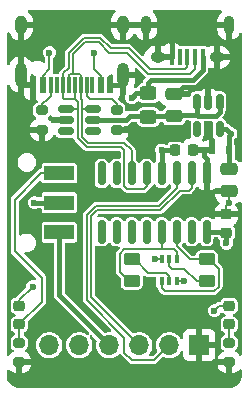
<source format=gtl>
G04 #@! TF.GenerationSoftware,KiCad,Pcbnew,7.0.5-7.0.5~ubuntu22.04.1*
G04 #@! TF.CreationDate,2023-07-13T11:12:20+08:00*
G04 #@! TF.ProjectId,EFP-flash,4546502d-666c-4617-9368-2e6b69636164,v1.1.0*
G04 #@! TF.SameCoordinates,Original*
G04 #@! TF.FileFunction,Copper,L1,Top*
G04 #@! TF.FilePolarity,Positive*
%FSLAX46Y46*%
G04 Gerber Fmt 4.6, Leading zero omitted, Abs format (unit mm)*
G04 Created by KiCad (PCBNEW 7.0.5-7.0.5~ubuntu22.04.1) date 2023-07-13 11:12:20*
%MOMM*%
%LPD*%
G01*
G04 APERTURE LIST*
G04 Aperture macros list*
%AMRoundRect*
0 Rectangle with rounded corners*
0 $1 Rounding radius*
0 $2 $3 $4 $5 $6 $7 $8 $9 X,Y pos of 4 corners*
0 Add a 4 corners polygon primitive as box body*
4,1,4,$2,$3,$4,$5,$6,$7,$8,$9,$2,$3,0*
0 Add four circle primitives for the rounded corners*
1,1,$1+$1,$2,$3*
1,1,$1+$1,$4,$5*
1,1,$1+$1,$6,$7*
1,1,$1+$1,$8,$9*
0 Add four rect primitives between the rounded corners*
20,1,$1+$1,$2,$3,$4,$5,0*
20,1,$1+$1,$4,$5,$6,$7,0*
20,1,$1+$1,$6,$7,$8,$9,0*
20,1,$1+$1,$8,$9,$2,$3,0*%
G04 Aperture macros list end*
G04 #@! TA.AperFunction,SMDPad,CuDef*
%ADD10RoundRect,0.250000X0.450000X-0.262500X0.450000X0.262500X-0.450000X0.262500X-0.450000X-0.262500X0*%
G04 #@! TD*
G04 #@! TA.AperFunction,SMDPad,CuDef*
%ADD11R,0.400000X1.350000*%
G04 #@! TD*
G04 #@! TA.AperFunction,ComponentPad*
%ADD12O,0.890000X1.550000*%
G04 #@! TD*
G04 #@! TA.AperFunction,ComponentPad*
%ADD13O,1.250000X0.950000*%
G04 #@! TD*
G04 #@! TA.AperFunction,SMDPad,CuDef*
%ADD14RoundRect,0.225000X-0.225000X-0.250000X0.225000X-0.250000X0.225000X0.250000X-0.225000X0.250000X0*%
G04 #@! TD*
G04 #@! TA.AperFunction,SMDPad,CuDef*
%ADD15RoundRect,0.150000X-0.512500X-0.150000X0.512500X-0.150000X0.512500X0.150000X-0.512500X0.150000X0*%
G04 #@! TD*
G04 #@! TA.AperFunction,SMDPad,CuDef*
%ADD16RoundRect,0.150000X-0.150000X0.512500X-0.150000X-0.512500X0.150000X-0.512500X0.150000X0.512500X0*%
G04 #@! TD*
G04 #@! TA.AperFunction,SMDPad,CuDef*
%ADD17RoundRect,0.150000X-0.150000X0.825000X-0.150000X-0.825000X0.150000X-0.825000X0.150000X0.825000X0*%
G04 #@! TD*
G04 #@! TA.AperFunction,SMDPad,CuDef*
%ADD18R,0.600000X0.700000*%
G04 #@! TD*
G04 #@! TA.AperFunction,SMDPad,CuDef*
%ADD19RoundRect,0.225000X0.250000X-0.225000X0.250000X0.225000X-0.250000X0.225000X-0.250000X-0.225000X0*%
G04 #@! TD*
G04 #@! TA.AperFunction,SMDPad,CuDef*
%ADD20RoundRect,0.200000X-0.275000X0.200000X-0.275000X-0.200000X0.275000X-0.200000X0.275000X0.200000X0*%
G04 #@! TD*
G04 #@! TA.AperFunction,SMDPad,CuDef*
%ADD21RoundRect,0.200000X0.275000X-0.200000X0.275000X0.200000X-0.275000X0.200000X-0.275000X-0.200000X0*%
G04 #@! TD*
G04 #@! TA.AperFunction,SMDPad,CuDef*
%ADD22RoundRect,0.250000X-0.475000X0.250000X-0.475000X-0.250000X0.475000X-0.250000X0.475000X0.250000X0*%
G04 #@! TD*
G04 #@! TA.AperFunction,SMDPad,CuDef*
%ADD23R,0.400000X0.650000*%
G04 #@! TD*
G04 #@! TA.AperFunction,SMDPad,CuDef*
%ADD24RoundRect,0.218750X0.256250X-0.218750X0.256250X0.218750X-0.256250X0.218750X-0.256250X-0.218750X0*%
G04 #@! TD*
G04 #@! TA.AperFunction,SMDPad,CuDef*
%ADD25RoundRect,0.250000X0.475000X-0.250000X0.475000X0.250000X-0.475000X0.250000X-0.475000X-0.250000X0*%
G04 #@! TD*
G04 #@! TA.AperFunction,SMDPad,CuDef*
%ADD26R,2.500000X1.250000*%
G04 #@! TD*
G04 #@! TA.AperFunction,SMDPad,CuDef*
%ADD27RoundRect,0.250000X0.450000X-0.325000X0.450000X0.325000X-0.450000X0.325000X-0.450000X-0.325000X0*%
G04 #@! TD*
G04 #@! TA.AperFunction,SMDPad,CuDef*
%ADD28R,0.600000X1.450000*%
G04 #@! TD*
G04 #@! TA.AperFunction,SMDPad,CuDef*
%ADD29R,0.300000X1.450000*%
G04 #@! TD*
G04 #@! TA.AperFunction,ComponentPad*
%ADD30O,1.000000X2.100000*%
G04 #@! TD*
G04 #@! TA.AperFunction,ComponentPad*
%ADD31O,1.000000X1.600000*%
G04 #@! TD*
G04 #@! TA.AperFunction,ComponentPad*
%ADD32R,1.700000X1.700000*%
G04 #@! TD*
G04 #@! TA.AperFunction,ComponentPad*
%ADD33O,1.700000X1.700000*%
G04 #@! TD*
G04 #@! TA.AperFunction,SMDPad,CuDef*
%ADD34RoundRect,0.250000X-0.450000X0.262500X-0.450000X-0.262500X0.450000X-0.262500X0.450000X0.262500X0*%
G04 #@! TD*
G04 #@! TA.AperFunction,ViaPad*
%ADD35C,0.600000*%
G04 #@! TD*
G04 #@! TA.AperFunction,Conductor*
%ADD36C,0.400000*%
G04 #@! TD*
G04 #@! TA.AperFunction,Conductor*
%ADD37C,0.200000*%
G04 #@! TD*
G04 #@! TA.AperFunction,Conductor*
%ADD38C,0.127000*%
G04 #@! TD*
G04 APERTURE END LIST*
D10*
G04 #@! TO.P,R104,1*
G04 #@! TO.N,Net-(Q101B-B2)*
X149860000Y-60602500D03*
G04 #@! TO.P,R104,2*
G04 #@! TO.N,/RTS*
X149860000Y-58777500D03*
G04 #@! TD*
D11*
G04 #@! TO.P,J101,1,VBUS*
G04 #@! TO.N,Net-(J101-VBUS)*
X149509000Y-41659000D03*
G04 #@! TO.P,J101,2,D-*
G04 #@! TO.N,/USB_D-*
X148859000Y-41659000D03*
G04 #@! TO.P,J101,3,D+*
G04 #@! TO.N,/USB_D+*
X148209000Y-41659000D03*
G04 #@! TO.P,J101,4,ID*
G04 #@! TO.N,unconnected-(J101-ID-Pad4)*
X147559000Y-41659000D03*
G04 #@! TO.P,J101,5,GND*
G04 #@! TO.N,GND*
X146909000Y-41659000D03*
D12*
G04 #@! TO.P,J101,6,Shield*
X151709000Y-38959000D03*
D13*
X150709000Y-41659000D03*
X145709000Y-41659000D03*
D12*
X144709000Y-38959000D03*
G04 #@! TD*
D14*
G04 #@! TO.P,C103,1*
G04 #@! TO.N,+3V3*
X147180000Y-49530000D03*
G04 #@! TO.P,C103,2*
G04 #@! TO.N,GND*
X148730000Y-49530000D03*
G04 #@! TD*
D15*
G04 #@! TO.P,U101,1,I/O1*
G04 #@! TO.N,/USB_D+*
X137927500Y-46040000D03*
G04 #@! TO.P,U101,2,GND*
G04 #@! TO.N,GND*
X137927500Y-46990000D03*
G04 #@! TO.P,U101,3,I/O2*
G04 #@! TO.N,unconnected-(U101-I{slash}O2-Pad3)*
X137927500Y-47940000D03*
G04 #@! TO.P,U101,4,I/O3*
G04 #@! TO.N,unconnected-(U101-I{slash}O3-Pad4)*
X140202500Y-47940000D03*
G04 #@! TO.P,U101,5,VBUS*
G04 #@! TO.N,VBUS*
X140202500Y-46990000D03*
G04 #@! TO.P,U101,6,I/O4*
G04 #@! TO.N,/USB_D-*
X140202500Y-46040000D03*
G04 #@! TD*
D16*
G04 #@! TO.P,U102,1,IN*
G04 #@! TO.N,VBUS*
X150937000Y-45471500D03*
G04 #@! TO.P,U102,2,GND*
G04 #@! TO.N,GND*
X149987000Y-45471500D03*
G04 #@! TO.P,U102,3,EN*
G04 #@! TO.N,VBUS*
X149037000Y-45471500D03*
G04 #@! TO.P,U102,4,NC*
G04 #@! TO.N,unconnected-(U102-NC-Pad4)*
X149037000Y-47746500D03*
G04 #@! TO.P,U102,5,OUT*
G04 #@! TO.N,+3V3*
X150937000Y-47746500D03*
G04 #@! TD*
D17*
G04 #@! TO.P,U103,1,GND*
G04 #@! TO.N,GND*
X149860000Y-51500000D03*
G04 #@! TO.P,U103,2,TXD*
G04 #@! TO.N,/SER_TX*
X148590000Y-51500000D03*
G04 #@! TO.P,U103,3,RXD*
G04 #@! TO.N,/SER_RX*
X147320000Y-51500000D03*
G04 #@! TO.P,U103,4,V3*
G04 #@! TO.N,+3V3*
X146050000Y-51500000D03*
G04 #@! TO.P,U103,5,UD+*
G04 #@! TO.N,/USB_D+*
X144780000Y-51500000D03*
G04 #@! TO.P,U103,6,UD-*
G04 #@! TO.N,/USB_D-*
X143510000Y-51500000D03*
G04 #@! TO.P,U103,7,NC*
G04 #@! TO.N,unconnected-(U103-NC-Pad7)*
X142240000Y-51500000D03*
G04 #@! TO.P,U103,8,NC*
G04 #@! TO.N,unconnected-(U103-NC-Pad8)*
X140970000Y-51500000D03*
G04 #@! TO.P,U103,9,~{CTS}*
G04 #@! TO.N,unconnected-(U103-~{CTS}-Pad9)*
X140970000Y-56450000D03*
G04 #@! TO.P,U103,10,~{DSR}*
G04 #@! TO.N,unconnected-(U103-~{DSR}-Pad10)*
X142240000Y-56450000D03*
G04 #@! TO.P,U103,11,~{RI}*
G04 #@! TO.N,unconnected-(U103-~{RI}-Pad11)*
X143510000Y-56450000D03*
G04 #@! TO.P,U103,12,~{DCD}*
G04 #@! TO.N,unconnected-(U103-~{DCD}-Pad12)*
X144780000Y-56450000D03*
G04 #@! TO.P,U103,13,~{DTR}*
G04 #@! TO.N,/DTR*
X146050000Y-56450000D03*
G04 #@! TO.P,U103,14,~{RTS}*
G04 #@! TO.N,/RTS*
X147320000Y-56450000D03*
G04 #@! TO.P,U103,15,R232*
G04 #@! TO.N,unconnected-(U103-R232-Pad15)*
X148590000Y-56450000D03*
G04 #@! TO.P,U103,16,VCC*
G04 #@! TO.N,+3V3*
X149860000Y-56450000D03*
G04 #@! TD*
D18*
G04 #@! TO.P,D101,1,A1*
G04 #@! TO.N,+3V3*
X151703000Y-49530000D03*
G04 #@! TO.P,D101,2,A2*
G04 #@! TO.N,GND*
X150303000Y-49530000D03*
G04 #@! TD*
D19*
G04 #@! TO.P,C104,1*
G04 #@! TO.N,+3V3*
X151511000Y-56528000D03*
G04 #@! TO.P,C104,2*
G04 #@! TO.N,GND*
X151511000Y-54978000D03*
G04 #@! TD*
D20*
G04 #@! TO.P,R105,1*
G04 #@! TO.N,Net-(D102-K)*
X133985000Y-65850000D03*
G04 #@! TO.P,R105,2*
G04 #@! TO.N,GND*
X133985000Y-67500000D03*
G04 #@! TD*
D21*
G04 #@! TO.P,R102,1*
G04 #@! TO.N,GND*
X142240000Y-47815000D03*
G04 #@! TO.P,R102,2*
G04 #@! TO.N,Net-(J102-CC1)*
X142240000Y-46165000D03*
G04 #@! TD*
D22*
G04 #@! TO.P,C102,1*
G04 #@! TO.N,+3V3*
X151765000Y-51120000D03*
G04 #@! TO.P,C102,2*
G04 #@! TO.N,GND*
X151765000Y-53020000D03*
G04 #@! TD*
D23*
G04 #@! TO.P,Q101,1,E1*
G04 #@! TO.N,/RTS*
X146035000Y-60640000D03*
G04 #@! TO.P,Q101,2,B1*
G04 #@! TO.N,Net-(Q101A-B1)*
X146685000Y-60640000D03*
G04 #@! TO.P,Q101,3,C2*
G04 #@! TO.N,/Boot*
X147335000Y-60640000D03*
G04 #@! TO.P,Q101,4,E2*
G04 #@! TO.N,/DTR*
X147335000Y-58740000D03*
G04 #@! TO.P,Q101,5,B2*
G04 #@! TO.N,Net-(Q101B-B2)*
X146685000Y-58740000D03*
G04 #@! TO.P,Q101,6,C1*
G04 #@! TO.N,/EN*
X146035000Y-58740000D03*
G04 #@! TD*
D20*
G04 #@! TO.P,R106,1*
G04 #@! TO.N,Net-(D103-K)*
X151765000Y-65850000D03*
G04 #@! TO.P,R106,2*
G04 #@! TO.N,GND*
X151765000Y-67500000D03*
G04 #@! TD*
D24*
G04 #@! TO.P,D102,1,K*
G04 #@! TO.N,Net-(D102-K)*
X133985000Y-64287500D03*
G04 #@! TO.P,D102,2,A*
G04 #@! TO.N,+3V3*
X133985000Y-62712500D03*
G04 #@! TD*
D25*
G04 #@! TO.P,C101,1*
G04 #@! TO.N,VBUS*
X147066000Y-46670000D03*
G04 #@! TO.P,C101,2*
G04 #@! TO.N,GND*
X147066000Y-44770000D03*
G04 #@! TD*
D24*
G04 #@! TO.P,D103,1,K*
G04 #@! TO.N,Net-(D103-K)*
X151765000Y-64287500D03*
G04 #@! TO.P,D103,2,A*
G04 #@! TO.N,/3v3_{SW}*
X151765000Y-62712500D03*
G04 #@! TD*
D26*
G04 #@! TO.P,SW101,1,A*
G04 #@! TO.N,Net-(D102-K)*
X137370000Y-51475000D03*
G04 #@! TO.P,SW101,2,B*
G04 #@! TO.N,+3V3*
X137370000Y-53975000D03*
G04 #@! TO.P,SW101,3,C*
G04 #@! TO.N,/3v3_{SW}*
X137370000Y-56475000D03*
G04 #@! TD*
D21*
G04 #@! TO.P,R101,1*
G04 #@! TO.N,GND*
X135890000Y-47815000D03*
G04 #@! TO.P,R101,2*
G04 #@! TO.N,Net-(J102-CC2)*
X135890000Y-46165000D03*
G04 #@! TD*
D27*
G04 #@! TO.P,F101,1*
G04 #@! TO.N,VBUS*
X144907000Y-46745000D03*
G04 #@! TO.P,F101,2*
G04 #@! TO.N,Net-(J101-VBUS)*
X144907000Y-44695000D03*
G04 #@! TD*
D28*
G04 #@! TO.P,J102,A1,GND*
G04 #@! TO.N,GND*
X141680000Y-44050000D03*
G04 #@! TO.P,J102,A4,VBUS*
G04 #@! TO.N,Net-(J101-VBUS)*
X140880000Y-44050000D03*
D29*
G04 #@! TO.P,J102,A5,CC1*
G04 #@! TO.N,Net-(J102-CC1)*
X139680000Y-44050000D03*
G04 #@! TO.P,J102,A6,D+*
G04 #@! TO.N,/USB_D+*
X138680000Y-44050000D03*
G04 #@! TO.P,J102,A7,D-*
G04 #@! TO.N,/USB_D-*
X138180000Y-44050000D03*
G04 #@! TO.P,J102,A8,SBU1*
G04 #@! TO.N,unconnected-(J102-SBU1-PadA8)*
X137180000Y-44050000D03*
D28*
G04 #@! TO.P,J102,A9,VBUS*
G04 #@! TO.N,Net-(J101-VBUS)*
X135980000Y-44050000D03*
G04 #@! TO.P,J102,A12,GND*
G04 #@! TO.N,GND*
X135180000Y-44050000D03*
G04 #@! TO.P,J102,B1,GND*
X135180000Y-44050000D03*
G04 #@! TO.P,J102,B4,VBUS*
G04 #@! TO.N,Net-(J101-VBUS)*
X135980000Y-44050000D03*
D29*
G04 #@! TO.P,J102,B5,CC2*
G04 #@! TO.N,Net-(J102-CC2)*
X136680000Y-44050000D03*
G04 #@! TO.P,J102,B6,D+*
G04 #@! TO.N,/USB_D+*
X137680000Y-44050000D03*
G04 #@! TO.P,J102,B7,D-*
G04 #@! TO.N,/USB_D-*
X139180000Y-44050000D03*
G04 #@! TO.P,J102,B8,SBU2*
G04 #@! TO.N,unconnected-(J102-SBU2-PadB8)*
X140180000Y-44050000D03*
D28*
G04 #@! TO.P,J102,B9,VBUS*
G04 #@! TO.N,Net-(J101-VBUS)*
X140880000Y-44050000D03*
G04 #@! TO.P,J102,B12,GND*
G04 #@! TO.N,GND*
X141680000Y-44050000D03*
D30*
G04 #@! TO.P,J102,S1,SHIELD*
X142750000Y-43135000D03*
D31*
X142750000Y-38955000D03*
D30*
X134110000Y-43135000D03*
D31*
X134110000Y-38955000D03*
G04 #@! TD*
D32*
G04 #@! TO.P,J103,1,Pin_1*
G04 #@! TO.N,GND*
X149225000Y-66040000D03*
D33*
G04 #@! TO.P,J103,2,Pin_2*
G04 #@! TO.N,/SER_RX*
X146685000Y-66040000D03*
G04 #@! TO.P,J103,3,Pin_3*
G04 #@! TO.N,/SER_TX*
X144145000Y-66040000D03*
G04 #@! TO.P,J103,4,Pin_4*
G04 #@! TO.N,/3v3_{SW}*
X141605000Y-66040000D03*
G04 #@! TO.P,J103,5,Pin_5*
G04 #@! TO.N,/EN*
X139065000Y-66040000D03*
G04 #@! TO.P,J103,6,Pin_6*
G04 #@! TO.N,/Boot*
X136525000Y-66040000D03*
G04 #@! TD*
D34*
G04 #@! TO.P,R103,1*
G04 #@! TO.N,Net-(Q101A-B1)*
X143510000Y-58777500D03*
G04 #@! TO.P,R103,2*
G04 #@! TO.N,/DTR*
X143510000Y-60602500D03*
G04 #@! TD*
D35*
G04 #@! TO.N,GND*
X145415000Y-53340000D03*
X145415000Y-64135000D03*
X149606000Y-49530000D03*
X144780000Y-49530000D03*
X151765000Y-53975000D03*
X146939000Y-40259000D03*
X135890000Y-48641000D03*
X147828000Y-48133000D03*
X139700000Y-50165000D03*
X137795000Y-64135000D03*
X136906000Y-46990000D03*
X149987000Y-43942000D03*
X147955000Y-54610000D03*
X140970000Y-59055000D03*
X138430000Y-60960000D03*
X151765000Y-58420000D03*
X143129000Y-47752000D03*
X134620000Y-45720000D03*
X140970000Y-61595000D03*
G04 #@! TO.N,+3V3*
X151892000Y-48133000D03*
X146050000Y-49530000D03*
X151511000Y-57404000D03*
X135128000Y-61087000D03*
X135255000Y-53975000D03*
G04 #@! TO.N,Net-(J101-VBUS)*
X143510000Y-45085000D03*
X140335000Y-41275000D03*
X136525000Y-41275000D03*
G04 #@! TO.N,/3v3_{SW}*
X150495000Y-63119000D03*
G04 #@! TO.N,/EN*
X145481000Y-58740000D03*
G04 #@! TO.N,/Boot*
X147889000Y-60640000D03*
G04 #@! TD*
D36*
G04 #@! TO.N,VBUS*
X150937000Y-45471500D02*
X150937000Y-46294000D01*
X149098000Y-46609000D02*
X149037000Y-46548000D01*
X147188000Y-46548000D02*
X147066000Y-46670000D01*
X150622000Y-46609000D02*
X149098000Y-46609000D01*
X149037000Y-45471500D02*
X149037000Y-46548000D01*
X143002000Y-46990000D02*
X143322000Y-46670000D01*
X150937000Y-46294000D02*
X150622000Y-46609000D01*
X149037000Y-46548000D02*
X147188000Y-46548000D01*
X143322000Y-46670000D02*
X147066000Y-46670000D01*
X140202500Y-46990000D02*
X143002000Y-46990000D01*
G04 #@! TO.N,GND*
X146909000Y-40289000D02*
X146939000Y-40259000D01*
D37*
X142240000Y-47815000D02*
X143066000Y-47815000D01*
X143066000Y-47815000D02*
X143129000Y-47752000D01*
X151511000Y-54229000D02*
X151765000Y-53975000D01*
X135890000Y-47815000D02*
X135890000Y-48641000D01*
D36*
X142750000Y-43648000D02*
X142750000Y-43135000D01*
D37*
X151765000Y-53020000D02*
X151765000Y-53975000D01*
D36*
X134110000Y-43648000D02*
X134110000Y-43135000D01*
X149606000Y-50038000D02*
X149606000Y-49530000D01*
D37*
X137927500Y-46990000D02*
X136906000Y-46990000D01*
D36*
X149860000Y-51500000D02*
X149860000Y-50292000D01*
X134512000Y-44050000D02*
X134110000Y-43648000D01*
D37*
X150303000Y-49530000D02*
X149606000Y-49530000D01*
D36*
X135180000Y-44050000D02*
X134512000Y-44050000D01*
X147254000Y-44770000D02*
X147828000Y-44196000D01*
X149479000Y-43942000D02*
X149987000Y-43942000D01*
X142348000Y-44050000D02*
X142750000Y-43648000D01*
X147066000Y-44770000D02*
X147254000Y-44770000D01*
X149860000Y-50292000D02*
X149606000Y-50038000D01*
D37*
X151511000Y-54978000D02*
X151511000Y-54229000D01*
D36*
X149225000Y-44196000D02*
X149479000Y-43942000D01*
X146909000Y-41659000D02*
X146909000Y-40289000D01*
X141680000Y-44050000D02*
X142348000Y-44050000D01*
D37*
X149987000Y-45471500D02*
X149987000Y-43942000D01*
D36*
X147828000Y-44196000D02*
X149225000Y-44196000D01*
D37*
X148730000Y-49530000D02*
X149606000Y-49530000D01*
D36*
G04 #@! TO.N,+3V3*
X150937000Y-47746500D02*
X151505500Y-47746500D01*
X146050000Y-51500000D02*
X146050000Y-49530000D01*
X146050000Y-49530000D02*
X147180000Y-49530000D01*
X151765000Y-51120000D02*
X151765000Y-49592000D01*
X151433000Y-56450000D02*
X151511000Y-56528000D01*
X151703000Y-49530000D02*
X151703000Y-48322000D01*
X137370000Y-53975000D02*
X135255000Y-53975000D01*
X151511000Y-56528000D02*
X151511000Y-57404000D01*
D37*
X133985000Y-62712500D02*
X133985000Y-62230000D01*
X133985000Y-62230000D02*
X135128000Y-61087000D01*
D36*
X151703000Y-48322000D02*
X151892000Y-48133000D01*
X151765000Y-49592000D02*
X151703000Y-49530000D01*
X149860000Y-56450000D02*
X151433000Y-56450000D01*
X151505500Y-47746500D02*
X151892000Y-48133000D01*
D38*
G04 #@! TO.N,/USB_D+*
X145034000Y-42672000D02*
X143256000Y-40894000D01*
X137680000Y-45097000D02*
X137791000Y-45208000D01*
X138877000Y-46040000D02*
X138938000Y-46101000D01*
X137927500Y-46040000D02*
X138877000Y-46040000D01*
X142621000Y-49276000D02*
X142875000Y-49530000D01*
X141732000Y-40894000D02*
X140843000Y-40005000D01*
X143129000Y-52832000D02*
X144526000Y-52832000D01*
X147998000Y-42672000D02*
X145034000Y-42672000D01*
X138938000Y-48514000D02*
X139700000Y-49276000D01*
X139446000Y-40005000D02*
X138176000Y-41275000D01*
X137791000Y-45208000D02*
X138680000Y-45208000D01*
X138176000Y-41275000D02*
X138176000Y-42545000D01*
X148209000Y-42461000D02*
X147998000Y-42672000D01*
X138938000Y-45466000D02*
X138938000Y-46101000D01*
X143256000Y-40894000D02*
X141732000Y-40894000D01*
X137680000Y-43041000D02*
X137680000Y-44050000D01*
X139700000Y-49276000D02*
X142621000Y-49276000D01*
X148209000Y-41659000D02*
X148209000Y-42461000D01*
X137680000Y-44050000D02*
X137680000Y-45097000D01*
X138938000Y-46101000D02*
X138938000Y-48514000D01*
X140843000Y-40005000D02*
X139446000Y-40005000D01*
X142875000Y-52578000D02*
X143129000Y-52832000D01*
X144780000Y-52578000D02*
X144780000Y-51500000D01*
X138680000Y-44050000D02*
X138680000Y-45208000D01*
X144526000Y-52832000D02*
X144780000Y-52578000D01*
X138176000Y-42545000D02*
X137680000Y-43041000D01*
X142875000Y-49530000D02*
X142875000Y-52578000D01*
X138680000Y-45208000D02*
X138938000Y-45466000D01*
D37*
G04 #@! TO.N,Net-(D102-K)*
X133985000Y-65850000D02*
X133985000Y-64287500D01*
X133985000Y-64287500D02*
X135890000Y-62382500D01*
X133604000Y-53721000D02*
X135850000Y-51475000D01*
X133604000Y-58039000D02*
X133604000Y-53721000D01*
X135890000Y-60325000D02*
X133604000Y-58039000D01*
X135850000Y-51475000D02*
X137370000Y-51475000D01*
X135890000Y-62382500D02*
X135890000Y-60325000D01*
G04 #@! TO.N,Net-(D103-K)*
X151765000Y-64287500D02*
X151765000Y-65850000D01*
D38*
G04 #@! TO.N,/USB_D-*
X139180000Y-44050000D02*
X139180000Y-45085000D01*
X139313480Y-48392520D02*
X139815960Y-48895000D01*
X139313480Y-45339000D02*
X139313480Y-45979520D01*
X138557000Y-41402000D02*
X138557000Y-43053000D01*
X148859000Y-41659000D02*
X148859000Y-42657000D01*
X139827000Y-48895000D02*
X142875000Y-48895000D01*
X140202500Y-46040000D02*
X139373960Y-46040000D01*
X148859000Y-42657000D02*
X148463000Y-43053000D01*
X140716000Y-40386000D02*
X139573000Y-40386000D01*
X142875000Y-48895000D02*
X143510000Y-49530000D01*
D37*
X138303000Y-43053000D02*
X138180000Y-43176000D01*
X138557000Y-43053000D02*
X138303000Y-43053000D01*
X139180000Y-44050000D02*
X139180000Y-43168000D01*
X139065000Y-43053000D02*
X138557000Y-43053000D01*
D38*
X143510000Y-49530000D02*
X143510000Y-51500000D01*
X139573000Y-40386000D02*
X138557000Y-41402000D01*
X139180000Y-45085000D02*
X139313480Y-45339000D01*
D37*
X138180000Y-43176000D02*
X138180000Y-44050000D01*
D38*
X139313480Y-45979520D02*
X139313480Y-48392520D01*
X143129000Y-41275000D02*
X141605000Y-41275000D01*
X148463000Y-43053000D02*
X144907000Y-43053000D01*
X144907000Y-43053000D02*
X143129000Y-41275000D01*
X141605000Y-41275000D02*
X140716000Y-40386000D01*
D37*
X139180000Y-43168000D02*
X139065000Y-43053000D01*
D38*
X139373960Y-46040000D02*
X139313480Y-45979520D01*
D37*
G04 #@! TO.N,Net-(J101-VBUS)*
X140335000Y-41275000D02*
X140335000Y-42687055D01*
D36*
X144907000Y-44695000D02*
X144907000Y-43815000D01*
X148717000Y-43561000D02*
X149509000Y-42769000D01*
D37*
X136525000Y-41275000D02*
X136525000Y-42687055D01*
D36*
X145161000Y-43561000D02*
X148717000Y-43561000D01*
D37*
X136525000Y-42687055D02*
X135980000Y-43232055D01*
X140880000Y-44050000D02*
X140880000Y-43232055D01*
X140335000Y-42687055D02*
X140898973Y-43251028D01*
X135980000Y-43232055D02*
X135980000Y-44050000D01*
D36*
X144907000Y-43815000D02*
X145161000Y-43561000D01*
X149509000Y-42769000D02*
X149509000Y-41659000D01*
X143510000Y-45085000D02*
X143900000Y-44695000D01*
X143900000Y-44695000D02*
X144907000Y-44695000D01*
D38*
G04 #@! TO.N,/SER_TX*
X140589000Y-54610000D02*
X140081000Y-55118000D01*
X148336000Y-52959000D02*
X147574000Y-52959000D01*
X148590000Y-52705000D02*
X148336000Y-52959000D01*
X140081000Y-55118000D02*
X140081000Y-61976000D01*
X145923000Y-54610000D02*
X140589000Y-54610000D01*
X140081000Y-61976000D02*
X144145000Y-66040000D01*
X147574000Y-52959000D02*
X145923000Y-54610000D01*
X148590000Y-51500000D02*
X148590000Y-52705000D01*
G04 #@! TO.N,/SER_RX*
X142875000Y-66675000D02*
X143510000Y-67310000D01*
X139700000Y-62230000D02*
X142875000Y-65405000D01*
X143510000Y-67310000D02*
X145415000Y-67310000D01*
X145415000Y-67310000D02*
X146685000Y-66040000D01*
X145796000Y-54229000D02*
X140462000Y-54229000D01*
X140462000Y-54229000D02*
X139700000Y-54991000D01*
X139700000Y-54991000D02*
X139700000Y-62230000D01*
X142875000Y-65405000D02*
X142875000Y-66675000D01*
X147320000Y-52705000D02*
X145796000Y-54229000D01*
X147320000Y-51500000D02*
X147320000Y-52705000D01*
D37*
G04 #@! TO.N,/3v3_{SW}*
X150495000Y-63119000D02*
X150901500Y-62712500D01*
X150901500Y-62712500D02*
X151765000Y-62712500D01*
D36*
X137370000Y-56475000D02*
X137370000Y-61805000D01*
X137370000Y-61805000D02*
X141605000Y-66040000D01*
D38*
G04 #@! TO.N,/EN*
X146035000Y-58740000D02*
X145481000Y-58740000D01*
G04 #@! TO.N,/Boot*
X147335000Y-60640000D02*
X147889000Y-60640000D01*
G04 #@! TO.N,/RTS*
X147320000Y-57658000D02*
X148439500Y-58777500D01*
X146304000Y-61468000D02*
X146035000Y-61199000D01*
X150090500Y-58777500D02*
X150876000Y-59563000D01*
X148439500Y-58777500D02*
X149860000Y-58777500D01*
X149860000Y-58777500D02*
X150090500Y-58777500D01*
X150495000Y-61468000D02*
X146304000Y-61468000D01*
X146035000Y-61199000D02*
X146035000Y-60640000D01*
X150876000Y-61087000D02*
X150495000Y-61468000D01*
X150876000Y-59563000D02*
X150876000Y-61087000D01*
X147320000Y-56450000D02*
X147320000Y-57658000D01*
D37*
G04 #@! TO.N,Net-(J102-CC1)*
X142240000Y-45593000D02*
X142240000Y-46165000D01*
X139680000Y-44050000D02*
X139680000Y-44938000D01*
X141859000Y-45212000D02*
X142240000Y-45593000D01*
X139680000Y-44938000D02*
X139954000Y-45212000D01*
X139954000Y-45212000D02*
X141859000Y-45212000D01*
D38*
G04 #@! TO.N,/DTR*
X146050000Y-57912000D02*
X147066000Y-57912000D01*
X143279500Y-60602500D02*
X142494000Y-59817000D01*
X142494000Y-58293000D02*
X142875000Y-57912000D01*
X147335000Y-58181000D02*
X147066000Y-57912000D01*
X142494000Y-59817000D02*
X142494000Y-58293000D01*
X147335000Y-58740000D02*
X147335000Y-58181000D01*
X142875000Y-57912000D02*
X146050000Y-57912000D01*
X146050000Y-56450000D02*
X146050000Y-57912000D01*
X143510000Y-60602500D02*
X143279500Y-60602500D01*
D37*
G04 #@! TO.N,Net-(J102-CC2)*
X136144000Y-45339000D02*
X135890000Y-45593000D01*
X136680000Y-44930000D02*
X136271000Y-45339000D01*
X136271000Y-45339000D02*
X136144000Y-45339000D01*
X135890000Y-45593000D02*
X135890000Y-46165000D01*
X136680000Y-44050000D02*
X136680000Y-44930000D01*
D38*
G04 #@! TO.N,Net-(Q101A-B1)*
X146431000Y-59944000D02*
X146685000Y-60198000D01*
X143740500Y-58777500D02*
X144907000Y-59944000D01*
X146685000Y-60198000D02*
X146685000Y-60640000D01*
X143510000Y-58777500D02*
X143740500Y-58777500D01*
X144907000Y-59944000D02*
X146431000Y-59944000D01*
G04 #@! TO.N,Net-(Q101B-B2)*
X148994500Y-60602500D02*
X149860000Y-60602500D01*
X146685000Y-59309000D02*
X146939000Y-59563000D01*
X146685000Y-58740000D02*
X146685000Y-59309000D01*
X146939000Y-59563000D02*
X147955000Y-59563000D01*
X147955000Y-59563000D02*
X148994500Y-60602500D01*
G04 #@! TD*
G04 #@! TA.AperFunction,Conductor*
G04 #@! TO.N,GND*
G36*
X135134512Y-43123576D02*
G01*
X135138236Y-43126935D01*
X135151644Y-43139526D01*
X135296776Y-43219313D01*
X135330834Y-43228057D01*
X135391839Y-43264369D01*
X135423529Y-43327901D01*
X135425500Y-43350098D01*
X135425500Y-44800063D01*
X135425501Y-44800068D01*
X135428046Y-44812862D01*
X135431579Y-44830627D01*
X135434000Y-44855204D01*
X135434000Y-45283000D01*
X135443436Y-45283000D01*
X135511557Y-45303002D01*
X135558050Y-45356658D01*
X135568154Y-45426932D01*
X135564192Y-45444972D01*
X135563853Y-45446110D01*
X135525235Y-45505685D01*
X135484713Y-45529067D01*
X135400230Y-45558629D01*
X135400225Y-45558631D01*
X135289989Y-45639989D01*
X135208631Y-45750225D01*
X135208628Y-45750232D01*
X135163379Y-45879545D01*
X135160500Y-45910248D01*
X135160500Y-46419740D01*
X135160501Y-46419755D01*
X135163379Y-46450452D01*
X135163380Y-46450455D01*
X135208628Y-46579767D01*
X135208631Y-46579774D01*
X135289989Y-46690010D01*
X135361108Y-46742498D01*
X135404040Y-46799043D01*
X135409587Y-46869822D01*
X135375986Y-46932365D01*
X135329010Y-46960984D01*
X135329245Y-46961505D01*
X135325075Y-46963381D01*
X135323783Y-46964169D01*
X135322296Y-46964632D01*
X135322295Y-46964632D01*
X135175159Y-47053578D01*
X135175149Y-47053586D01*
X135053586Y-47175149D01*
X135053578Y-47175159D01*
X134964633Y-47322293D01*
X134913481Y-47486446D01*
X134913481Y-47486447D01*
X134907000Y-47557777D01*
X134907000Y-47561000D01*
X136018000Y-47561000D01*
X136086121Y-47581002D01*
X136132614Y-47634658D01*
X136144000Y-47687000D01*
X136144000Y-48722999D01*
X136222222Y-48722999D01*
X136293553Y-48716518D01*
X136457706Y-48665366D01*
X136604840Y-48576421D01*
X136604850Y-48576413D01*
X136726413Y-48454850D01*
X136726421Y-48454840D01*
X136815367Y-48307704D01*
X136820668Y-48290693D01*
X136860029Y-48231607D01*
X136925087Y-48203181D01*
X136995185Y-48214441D01*
X137048068Y-48261810D01*
X137053230Y-48270974D01*
X137083673Y-48330722D01*
X137083675Y-48330725D01*
X137174276Y-48421326D01*
X137231361Y-48450412D01*
X137288445Y-48479498D01*
X137383166Y-48494500D01*
X137383168Y-48494500D01*
X138471835Y-48494500D01*
X138477553Y-48493594D01*
X138485559Y-48492326D01*
X138555970Y-48501424D01*
X138610285Y-48547145D01*
X138629358Y-48594894D01*
X138634567Y-48624438D01*
X138637001Y-48631124D01*
X138642347Y-48644029D01*
X138645349Y-48650468D01*
X138667970Y-48682775D01*
X138670918Y-48687401D01*
X138678832Y-48701109D01*
X138690639Y-48721559D01*
X138720850Y-48746909D01*
X138724893Y-48750613D01*
X139463379Y-49489099D01*
X139467083Y-49493142D01*
X139492438Y-49523358D01*
X139492440Y-49523360D01*
X139526594Y-49543079D01*
X139531219Y-49546025D01*
X139548982Y-49558463D01*
X139563536Y-49568654D01*
X139569988Y-49571662D01*
X139582850Y-49576989D01*
X139589556Y-49579430D01*
X139589560Y-49579432D01*
X139628412Y-49586282D01*
X139633748Y-49587465D01*
X139671857Y-49597677D01*
X139696881Y-49595487D01*
X139711153Y-49594240D01*
X139716645Y-49594000D01*
X142431000Y-49594000D01*
X142499121Y-49614002D01*
X142545614Y-49667658D01*
X142557000Y-49720000D01*
X142557000Y-50144831D01*
X142536998Y-50212952D01*
X142483342Y-50259445D01*
X142426784Y-50269445D01*
X142426784Y-50270500D01*
X142421834Y-50270500D01*
X142058166Y-50270500D01*
X142032266Y-50274602D01*
X141963446Y-50285501D01*
X141849276Y-50343673D01*
X141758675Y-50434274D01*
X141758673Y-50434277D01*
X141717267Y-50515542D01*
X141668518Y-50567157D01*
X141599604Y-50584223D01*
X141532402Y-50561322D01*
X141492733Y-50515542D01*
X141451326Y-50434277D01*
X141451324Y-50434274D01*
X141360723Y-50343673D01*
X141246553Y-50285501D01*
X141181835Y-50275251D01*
X141151834Y-50270500D01*
X140788166Y-50270500D01*
X140762266Y-50274602D01*
X140693446Y-50285501D01*
X140579276Y-50343673D01*
X140488673Y-50434276D01*
X140430501Y-50548446D01*
X140415500Y-50643167D01*
X140415500Y-52356832D01*
X140430501Y-52451553D01*
X140488673Y-52565723D01*
X140579276Y-52656326D01*
X140622766Y-52678485D01*
X140693445Y-52714498D01*
X140788166Y-52729500D01*
X140788168Y-52729500D01*
X141151832Y-52729500D01*
X141151834Y-52729500D01*
X141246555Y-52714498D01*
X141360723Y-52656326D01*
X141451326Y-52565723D01*
X141492733Y-52484455D01*
X141541481Y-52432842D01*
X141610396Y-52415776D01*
X141677598Y-52438677D01*
X141717267Y-52484457D01*
X141758673Y-52565723D01*
X141849276Y-52656326D01*
X141892766Y-52678485D01*
X141963445Y-52714498D01*
X142058166Y-52729500D01*
X142058168Y-52729500D01*
X142421829Y-52729500D01*
X142421834Y-52729500D01*
X142495215Y-52717877D01*
X142565620Y-52726976D01*
X142619935Y-52772697D01*
X142624039Y-52779325D01*
X142627637Y-52785557D01*
X142627638Y-52785558D01*
X142657850Y-52810909D01*
X142661893Y-52814613D01*
X142892379Y-53045099D01*
X142896083Y-53049142D01*
X142921438Y-53079358D01*
X142921440Y-53079360D01*
X142955594Y-53099079D01*
X142960219Y-53102025D01*
X142977982Y-53114463D01*
X142992536Y-53124654D01*
X142998988Y-53127662D01*
X143011850Y-53132989D01*
X143018558Y-53135431D01*
X143018560Y-53135432D01*
X143057412Y-53142282D01*
X143062748Y-53143465D01*
X143100857Y-53153677D01*
X143125918Y-53151484D01*
X143140150Y-53150240D01*
X143145642Y-53150000D01*
X144509358Y-53150000D01*
X144514850Y-53150240D01*
X144531255Y-53151674D01*
X144554143Y-53153677D01*
X144592262Y-53143461D01*
X144597583Y-53142282D01*
X144636440Y-53135432D01*
X144636441Y-53135431D01*
X144636443Y-53135431D01*
X144643163Y-53132984D01*
X144655973Y-53127679D01*
X144662460Y-53124653D01*
X144662466Y-53124652D01*
X144694781Y-53102024D01*
X144699410Y-53099077D01*
X144733558Y-53079362D01*
X144733562Y-53079358D01*
X144758917Y-53049139D01*
X144762610Y-53045108D01*
X144993108Y-52814610D01*
X144997141Y-52810916D01*
X144997149Y-52810909D01*
X145027360Y-52785560D01*
X145047087Y-52751389D01*
X145050021Y-52746786D01*
X145063530Y-52727492D01*
X145109537Y-52687501D01*
X145170723Y-52656326D01*
X145261326Y-52565723D01*
X145302733Y-52484455D01*
X145351481Y-52432842D01*
X145420396Y-52415776D01*
X145487598Y-52438677D01*
X145527267Y-52484457D01*
X145568673Y-52565723D01*
X145659276Y-52656326D01*
X145702766Y-52678485D01*
X145773445Y-52714498D01*
X145868166Y-52729500D01*
X145868168Y-52729500D01*
X146231832Y-52729500D01*
X146231834Y-52729500D01*
X146326555Y-52714498D01*
X146440723Y-52656326D01*
X146531326Y-52565723D01*
X146572733Y-52484455D01*
X146621481Y-52432842D01*
X146690396Y-52415776D01*
X146757598Y-52438677D01*
X146797267Y-52484457D01*
X146838673Y-52565723D01*
X146844501Y-52573743D01*
X146842276Y-52575359D01*
X146869045Y-52624381D01*
X146863980Y-52695196D01*
X146835019Y-52740259D01*
X145701183Y-53874096D01*
X145638873Y-53908120D01*
X145612090Y-53911000D01*
X140478645Y-53911000D01*
X140473153Y-53910760D01*
X140439082Y-53907780D01*
X140433857Y-53907323D01*
X140433856Y-53907323D01*
X140433851Y-53907323D01*
X140395764Y-53917529D01*
X140390399Y-53918718D01*
X140351563Y-53925566D01*
X140344893Y-53927994D01*
X140331957Y-53933352D01*
X140325533Y-53936348D01*
X140293233Y-53958963D01*
X140288601Y-53961914D01*
X140254440Y-53981639D01*
X140229084Y-54011856D01*
X140225370Y-54015909D01*
X139486909Y-54754370D01*
X139482856Y-54758084D01*
X139452639Y-54783440D01*
X139432914Y-54817601D01*
X139429963Y-54822233D01*
X139407348Y-54854533D01*
X139404352Y-54860957D01*
X139398994Y-54873893D01*
X139396566Y-54880563D01*
X139389718Y-54919399D01*
X139388529Y-54924764D01*
X139378323Y-54962851D01*
X139378323Y-54962856D01*
X139381760Y-55002150D01*
X139382000Y-55007642D01*
X139382000Y-62213357D01*
X139381760Y-62218849D01*
X139378323Y-62258143D01*
X139388529Y-62296235D01*
X139389719Y-62301602D01*
X139396567Y-62340437D01*
X139399001Y-62347124D01*
X139404347Y-62360029D01*
X139407349Y-62366468D01*
X139429970Y-62398775D01*
X139432918Y-62403401D01*
X139442502Y-62420001D01*
X139450763Y-62434310D01*
X139452640Y-62437560D01*
X139465657Y-62448483D01*
X139482850Y-62462909D01*
X139486893Y-62466613D01*
X140615780Y-63595500D01*
X141740685Y-64720405D01*
X141774711Y-64782717D01*
X141769646Y-64853532D01*
X141727099Y-64910368D01*
X141660579Y-64935179D01*
X141651590Y-64935500D01*
X141502653Y-64935500D01*
X141301444Y-64973112D01*
X141301442Y-64973112D01*
X141301440Y-64973113D01*
X141291092Y-64977122D01*
X141220345Y-64983076D01*
X141157610Y-64949837D01*
X141156484Y-64948724D01*
X137861405Y-61653644D01*
X137827379Y-61591332D01*
X137824500Y-61564549D01*
X137824500Y-57480499D01*
X137844502Y-57412378D01*
X137898158Y-57365885D01*
X137950500Y-57354499D01*
X138645064Y-57354499D01*
X138645066Y-57354499D01*
X138645069Y-57354498D01*
X138645072Y-57354498D01*
X138681663Y-57347219D01*
X138719301Y-57339734D01*
X138803484Y-57283484D01*
X138859734Y-57199301D01*
X138874500Y-57125067D01*
X138874499Y-55824934D01*
X138874498Y-55824930D01*
X138874498Y-55824926D01*
X138859734Y-55750699D01*
X138803483Y-55666515D01*
X138719302Y-55610266D01*
X138645067Y-55595500D01*
X136094936Y-55595500D01*
X136094926Y-55595501D01*
X136020699Y-55610265D01*
X135936515Y-55666516D01*
X135880266Y-55750697D01*
X135865500Y-55824930D01*
X135865500Y-57125063D01*
X135865501Y-57125073D01*
X135880265Y-57199300D01*
X135936516Y-57283484D01*
X136020697Y-57339733D01*
X136020699Y-57339734D01*
X136094933Y-57354500D01*
X136789500Y-57354499D01*
X136857621Y-57374501D01*
X136904114Y-57428157D01*
X136915500Y-57480499D01*
X136915500Y-61775925D01*
X136915104Y-61782984D01*
X136910687Y-61822186D01*
X136910687Y-61822189D01*
X136921619Y-61879966D01*
X136922014Y-61882287D01*
X136930786Y-61940479D01*
X136933315Y-61948680D01*
X136936159Y-61956807D01*
X136963644Y-62008812D01*
X136964705Y-62010914D01*
X136990231Y-62063918D01*
X136995077Y-62071025D01*
X137000179Y-62077938D01*
X137000180Y-62077940D01*
X137041780Y-62119540D01*
X137043389Y-62121210D01*
X137083421Y-62164355D01*
X137090805Y-62170243D01*
X137090270Y-62170913D01*
X137102662Y-62180422D01*
X139867733Y-64945493D01*
X139901759Y-65007805D01*
X139896694Y-65078620D01*
X139854147Y-65135456D01*
X139787627Y-65160267D01*
X139718253Y-65145176D01*
X139712308Y-65141715D01*
X139559438Y-65047062D01*
X139559431Y-65047058D01*
X139559427Y-65047056D01*
X139559422Y-65047054D01*
X139368559Y-64973113D01*
X139368560Y-64973113D01*
X139368557Y-64973112D01*
X139368556Y-64973112D01*
X139167347Y-64935500D01*
X138962653Y-64935500D01*
X138761444Y-64973112D01*
X138761439Y-64973113D01*
X138570577Y-65047054D01*
X138570566Y-65047059D01*
X138396536Y-65154814D01*
X138245266Y-65292715D01*
X138121913Y-65456063D01*
X138030671Y-65639301D01*
X137974654Y-65836180D01*
X137955768Y-66039995D01*
X137955768Y-66040004D01*
X137974654Y-66243819D01*
X138011981Y-66375010D01*
X138030672Y-66440701D01*
X138121912Y-66623935D01*
X138138388Y-66645753D01*
X138245266Y-66787284D01*
X138396536Y-66925185D01*
X138570566Y-67032940D01*
X138570568Y-67032940D01*
X138570573Y-67032944D01*
X138761444Y-67106888D01*
X138962653Y-67144500D01*
X138962655Y-67144500D01*
X139167345Y-67144500D01*
X139167347Y-67144500D01*
X139368556Y-67106888D01*
X139559427Y-67032944D01*
X139733462Y-66925186D01*
X139884732Y-66787285D01*
X139886126Y-66785440D01*
X139921514Y-66738578D01*
X140008088Y-66623935D01*
X140099328Y-66440701D01*
X140155345Y-66243821D01*
X140165387Y-66135451D01*
X140174232Y-66040004D01*
X140174232Y-66039995D01*
X140155345Y-65836180D01*
X140141068Y-65786000D01*
X140099328Y-65639299D01*
X140008088Y-65456065D01*
X139960143Y-65392575D01*
X139935053Y-65326159D01*
X139949853Y-65256722D01*
X139999844Y-65206310D01*
X140069154Y-65190927D01*
X140135778Y-65215459D01*
X140149788Y-65227548D01*
X140516290Y-65594050D01*
X140550316Y-65656362D01*
X140548385Y-65717626D01*
X140514654Y-65836180D01*
X140495768Y-66039995D01*
X140495768Y-66040004D01*
X140514654Y-66243819D01*
X140551981Y-66375010D01*
X140570672Y-66440701D01*
X140661912Y-66623935D01*
X140678388Y-66645753D01*
X140785266Y-66787284D01*
X140936536Y-66925185D01*
X141110566Y-67032940D01*
X141110568Y-67032940D01*
X141110573Y-67032944D01*
X141301444Y-67106888D01*
X141502653Y-67144500D01*
X141502655Y-67144500D01*
X141707345Y-67144500D01*
X141707347Y-67144500D01*
X141908556Y-67106888D01*
X142099427Y-67032944D01*
X142273462Y-66925186D01*
X142404700Y-66805546D01*
X142468516Y-66774436D01*
X142539022Y-66782766D01*
X142592799Y-66826392D01*
X142604969Y-66843774D01*
X142607923Y-66848411D01*
X142627638Y-66882558D01*
X142627639Y-66882559D01*
X142627640Y-66882560D01*
X142637921Y-66891187D01*
X142657850Y-66907909D01*
X142661893Y-66911613D01*
X143273379Y-67523099D01*
X143277083Y-67527142D01*
X143302438Y-67557358D01*
X143302440Y-67557360D01*
X143336594Y-67577079D01*
X143341219Y-67580025D01*
X143358982Y-67592463D01*
X143373536Y-67602654D01*
X143379988Y-67605662D01*
X143392850Y-67610989D01*
X143399556Y-67613430D01*
X143399560Y-67613432D01*
X143438412Y-67620282D01*
X143443748Y-67621465D01*
X143481857Y-67631677D01*
X143506881Y-67629487D01*
X143521153Y-67628240D01*
X143526645Y-67628000D01*
X145398358Y-67628000D01*
X145403850Y-67628240D01*
X145420255Y-67629674D01*
X145443143Y-67631677D01*
X145481262Y-67621461D01*
X145486583Y-67620282D01*
X145525440Y-67613432D01*
X145525441Y-67613431D01*
X145525443Y-67613431D01*
X145532163Y-67610984D01*
X145544973Y-67605679D01*
X145551460Y-67602653D01*
X145551466Y-67602652D01*
X145583781Y-67580024D01*
X145588410Y-67577077D01*
X145622558Y-67557362D01*
X145622562Y-67557358D01*
X145647917Y-67527139D01*
X145651610Y-67523108D01*
X146097347Y-67077371D01*
X146159657Y-67043347D01*
X146230472Y-67048412D01*
X146231956Y-67048976D01*
X146381444Y-67106888D01*
X146582653Y-67144500D01*
X146582655Y-67144500D01*
X146787345Y-67144500D01*
X146787347Y-67144500D01*
X146988556Y-67106888D01*
X147179427Y-67032944D01*
X147353462Y-66925186D01*
X147504732Y-66787285D01*
X147506126Y-66785440D01*
X147585860Y-66679854D01*
X147628088Y-66623935D01*
X147628208Y-66623693D01*
X147628296Y-66623598D01*
X147631155Y-66618982D01*
X147632057Y-66619541D01*
X147676474Y-66571630D01*
X147745228Y-66553925D01*
X147812639Y-66576202D01*
X147857305Y-66631387D01*
X147867000Y-66679854D01*
X147867000Y-66938597D01*
X147873505Y-66999093D01*
X147924555Y-67135964D01*
X147924555Y-67135965D01*
X148012095Y-67252904D01*
X148129034Y-67340444D01*
X148265906Y-67391494D01*
X148326402Y-67397999D01*
X148326415Y-67398000D01*
X148971000Y-67398000D01*
X148971000Y-66473674D01*
X149082685Y-66524680D01*
X149189237Y-66540000D01*
X149260763Y-66540000D01*
X149367315Y-66524680D01*
X149479000Y-66473674D01*
X149479000Y-67398000D01*
X150123585Y-67398000D01*
X150123597Y-67397999D01*
X150184093Y-67391494D01*
X150320964Y-67340444D01*
X150320965Y-67340444D01*
X150437904Y-67252904D01*
X150525444Y-67135965D01*
X150525444Y-67135964D01*
X150576494Y-66999093D01*
X150582999Y-66938597D01*
X150583000Y-66938585D01*
X150583000Y-66294000D01*
X149656116Y-66294000D01*
X149684493Y-66249844D01*
X149725000Y-66111889D01*
X149725000Y-65968111D01*
X149684493Y-65830156D01*
X149656116Y-65786000D01*
X150583000Y-65786000D01*
X150583000Y-65141414D01*
X150582999Y-65141402D01*
X150576494Y-65080906D01*
X150525444Y-64944035D01*
X150525444Y-64944034D01*
X150437904Y-64827095D01*
X150320965Y-64739555D01*
X150184093Y-64688505D01*
X150123597Y-64682000D01*
X149479000Y-64682000D01*
X149479000Y-65606325D01*
X149367315Y-65555320D01*
X149260763Y-65540000D01*
X149189237Y-65540000D01*
X149082685Y-65555320D01*
X148971000Y-65606325D01*
X148971000Y-64682000D01*
X148326402Y-64682000D01*
X148265906Y-64688505D01*
X148129035Y-64739555D01*
X148129034Y-64739555D01*
X148012095Y-64827095D01*
X147924555Y-64944034D01*
X147924555Y-64944035D01*
X147873505Y-65080906D01*
X147867000Y-65141402D01*
X147867000Y-65400145D01*
X147846998Y-65468266D01*
X147793342Y-65514759D01*
X147723068Y-65524863D01*
X147658488Y-65495369D01*
X147631630Y-65460723D01*
X147631155Y-65461018D01*
X147628360Y-65456505D01*
X147628211Y-65456312D01*
X147628087Y-65456063D01*
X147504733Y-65292715D01*
X147353463Y-65154814D01*
X147179433Y-65047059D01*
X147179428Y-65047057D01*
X147179427Y-65047056D01*
X147179422Y-65047054D01*
X146988559Y-64973113D01*
X146988560Y-64973113D01*
X146988557Y-64973112D01*
X146988556Y-64973112D01*
X146787347Y-64935500D01*
X146582653Y-64935500D01*
X146381444Y-64973112D01*
X146381439Y-64973113D01*
X146190577Y-65047054D01*
X146190566Y-65047059D01*
X146016536Y-65154814D01*
X145865266Y-65292715D01*
X145741913Y-65456063D01*
X145650671Y-65639301D01*
X145594654Y-65836180D01*
X145575768Y-66039995D01*
X145575768Y-66040004D01*
X145594654Y-66243819D01*
X145650669Y-66440692D01*
X145650674Y-66440705D01*
X145671396Y-66482321D01*
X145683854Y-66552216D01*
X145656547Y-66617751D01*
X145647701Y-66627578D01*
X145320185Y-66955095D01*
X145257872Y-66989120D01*
X145231089Y-66992000D01*
X145063181Y-66992000D01*
X144995060Y-66971998D01*
X144948567Y-66918342D01*
X144938463Y-66848068D01*
X144962631Y-66790068D01*
X145028273Y-66703143D01*
X145088088Y-66623935D01*
X145179328Y-66440701D01*
X145235345Y-66243821D01*
X145245387Y-66135451D01*
X145254232Y-66040004D01*
X145254232Y-66039995D01*
X145235345Y-65836180D01*
X145221068Y-65786000D01*
X145179328Y-65639299D01*
X145088088Y-65456065D01*
X144989988Y-65326159D01*
X144964733Y-65292715D01*
X144813463Y-65154814D01*
X144639433Y-65047059D01*
X144639428Y-65047057D01*
X144639427Y-65047056D01*
X144639422Y-65047054D01*
X144448559Y-64973113D01*
X144448560Y-64973113D01*
X144448557Y-64973112D01*
X144448556Y-64973112D01*
X144247347Y-64935500D01*
X144042653Y-64935500D01*
X143965956Y-64949837D01*
X143841442Y-64973112D01*
X143691957Y-65031023D01*
X143621211Y-65036979D01*
X143558475Y-65003741D01*
X143557346Y-65002626D01*
X140435905Y-61881184D01*
X140401879Y-61818872D01*
X140399000Y-61792089D01*
X140399000Y-57720084D01*
X140419002Y-57651963D01*
X140472658Y-57605470D01*
X140542932Y-57595366D01*
X140582203Y-57607817D01*
X140693445Y-57664498D01*
X140788166Y-57679500D01*
X140788168Y-57679500D01*
X141151832Y-57679500D01*
X141151834Y-57679500D01*
X141246555Y-57664498D01*
X141360723Y-57606326D01*
X141451326Y-57515723D01*
X141492733Y-57434455D01*
X141541481Y-57382842D01*
X141610396Y-57365776D01*
X141677598Y-57388677D01*
X141717267Y-57434457D01*
X141758673Y-57515723D01*
X141849276Y-57606326D01*
X141894654Y-57629447D01*
X141963445Y-57664498D01*
X142058166Y-57679500D01*
X142058168Y-57679500D01*
X142353589Y-57679500D01*
X142421710Y-57699502D01*
X142468203Y-57753158D01*
X142478307Y-57823432D01*
X142448813Y-57888012D01*
X142442697Y-57894581D01*
X142348198Y-57989081D01*
X142280909Y-58056370D01*
X142276856Y-58060084D01*
X142246639Y-58085440D01*
X142226914Y-58119601D01*
X142223963Y-58124233D01*
X142201348Y-58156533D01*
X142198352Y-58162957D01*
X142192994Y-58175893D01*
X142190566Y-58182563D01*
X142183718Y-58221399D01*
X142182529Y-58226764D01*
X142172323Y-58264851D01*
X142172323Y-58264856D01*
X142175760Y-58304150D01*
X142176000Y-58309642D01*
X142176000Y-59800357D01*
X142175760Y-59805849D01*
X142172323Y-59845143D01*
X142182529Y-59883235D01*
X142183719Y-59888602D01*
X142190567Y-59927437D01*
X142193001Y-59934124D01*
X142198347Y-59947029D01*
X142201349Y-59953468D01*
X142223970Y-59985775D01*
X142226918Y-59990401D01*
X142246640Y-60024560D01*
X142266649Y-60041350D01*
X142276850Y-60049909D01*
X142280893Y-60053613D01*
X142399807Y-60172527D01*
X142518595Y-60291315D01*
X142552621Y-60353627D01*
X142555500Y-60380410D01*
X142555500Y-60913246D01*
X142555502Y-60913270D01*
X142561959Y-60973339D01*
X142561959Y-60973341D01*
X142612657Y-61109266D01*
X142628177Y-61129998D01*
X142699596Y-61225404D01*
X142815733Y-61312342D01*
X142951658Y-61363040D01*
X143011745Y-61369500D01*
X144008254Y-61369499D01*
X144068342Y-61363040D01*
X144204267Y-61312342D01*
X144320404Y-61225404D01*
X144407342Y-61109267D01*
X144458040Y-60973342D01*
X144464500Y-60913255D01*
X144464499Y-60291746D01*
X144461837Y-60266985D01*
X144474442Y-60197119D01*
X144522820Y-60145157D01*
X144591611Y-60127598D01*
X144658975Y-60150018D01*
X144683637Y-60172527D01*
X144699440Y-60191360D01*
X144728784Y-60208302D01*
X144733594Y-60211079D01*
X144738219Y-60214025D01*
X144750247Y-60222447D01*
X144770536Y-60236654D01*
X144776988Y-60239662D01*
X144789850Y-60244989D01*
X144796558Y-60247431D01*
X144796560Y-60247432D01*
X144835412Y-60254282D01*
X144840748Y-60255465D01*
X144878857Y-60265677D01*
X144903918Y-60263484D01*
X144918150Y-60262240D01*
X144923642Y-60262000D01*
X145454500Y-60262000D01*
X145522621Y-60282002D01*
X145569114Y-60335658D01*
X145580500Y-60388000D01*
X145580500Y-60990063D01*
X145580501Y-60990073D01*
X145595265Y-61064300D01*
X145623197Y-61106103D01*
X145651516Y-61148484D01*
X145661698Y-61155287D01*
X145707225Y-61209763D01*
X145713403Y-61227441D01*
X145723529Y-61265235D01*
X145724719Y-61270602D01*
X145731567Y-61309437D01*
X145734001Y-61316124D01*
X145739347Y-61329029D01*
X145742349Y-61335468D01*
X145764970Y-61367775D01*
X145767918Y-61372401D01*
X145779104Y-61391777D01*
X145787639Y-61406559D01*
X145817844Y-61431904D01*
X145821899Y-61435619D01*
X146067375Y-61681095D01*
X146071090Y-61685149D01*
X146096441Y-61715361D01*
X146096443Y-61715362D01*
X146130591Y-61735077D01*
X146130597Y-61735080D01*
X146135229Y-61738031D01*
X146167534Y-61760651D01*
X146167536Y-61760652D01*
X146174000Y-61763666D01*
X146186879Y-61769001D01*
X146193557Y-61771431D01*
X146193558Y-61771431D01*
X146193560Y-61771432D01*
X146232416Y-61778283D01*
X146237757Y-61779467D01*
X146275857Y-61789677D01*
X146299539Y-61787605D01*
X146315150Y-61786240D01*
X146320642Y-61786000D01*
X150478358Y-61786000D01*
X150483850Y-61786240D01*
X150500255Y-61787674D01*
X150523143Y-61789677D01*
X150561262Y-61779461D01*
X150566583Y-61778282D01*
X150605440Y-61771432D01*
X150605441Y-61771431D01*
X150605443Y-61771431D01*
X150612163Y-61768984D01*
X150624973Y-61763679D01*
X150631460Y-61760653D01*
X150631466Y-61760652D01*
X150663781Y-61738024D01*
X150668410Y-61735077D01*
X150702558Y-61715362D01*
X150727916Y-61685141D01*
X150731610Y-61681108D01*
X151089109Y-61323609D01*
X151093141Y-61319916D01*
X151097660Y-61316124D01*
X151123360Y-61294560D01*
X151143088Y-61260388D01*
X151146014Y-61255794D01*
X151168651Y-61223466D01*
X151168651Y-61223463D01*
X151171683Y-61216963D01*
X151176985Y-61204162D01*
X151179432Y-61197440D01*
X151180418Y-61191846D01*
X151186282Y-61158587D01*
X151187470Y-61153231D01*
X151188743Y-61148482D01*
X151197677Y-61115143D01*
X151195215Y-61086999D01*
X151194240Y-61075850D01*
X151194000Y-61070358D01*
X151194000Y-59579644D01*
X151194240Y-59574152D01*
X151196833Y-59544500D01*
X151197677Y-59534857D01*
X151187465Y-59496748D01*
X151186282Y-59491412D01*
X151179432Y-59452560D01*
X151179430Y-59452556D01*
X151176989Y-59445850D01*
X151171662Y-59432988D01*
X151168654Y-59426536D01*
X151150355Y-59400403D01*
X151146025Y-59394219D01*
X151143079Y-59389594D01*
X151136323Y-59377893D01*
X151123360Y-59355440D01*
X151114445Y-59347959D01*
X151093142Y-59330083D01*
X151089099Y-59326379D01*
X150851404Y-59088684D01*
X150817378Y-59026372D01*
X150814499Y-58999589D01*
X150814499Y-58466753D01*
X150814499Y-58466746D01*
X150808040Y-58406658D01*
X150757342Y-58270733D01*
X150670404Y-58154596D01*
X150554267Y-58067658D01*
X150554265Y-58067657D01*
X150554266Y-58067657D01*
X150418349Y-58016962D01*
X150418344Y-58016960D01*
X150418342Y-58016960D01*
X150388298Y-58013730D01*
X150358256Y-58010500D01*
X149361753Y-58010500D01*
X149361729Y-58010502D01*
X149301660Y-58016959D01*
X149301658Y-58016959D01*
X149165733Y-58067657D01*
X149049596Y-58154596D01*
X148962657Y-58270733D01*
X148922823Y-58377533D01*
X148880277Y-58434369D01*
X148813756Y-58459179D01*
X148804768Y-58459500D01*
X148623410Y-58459500D01*
X148555289Y-58439498D01*
X148534315Y-58422595D01*
X147803479Y-57691759D01*
X147769453Y-57629447D01*
X147774518Y-57558632D01*
X147796484Y-57524459D01*
X147795499Y-57523743D01*
X147801326Y-57515723D01*
X147801325Y-57515723D01*
X147842733Y-57434455D01*
X147891481Y-57382842D01*
X147960396Y-57365776D01*
X148027598Y-57388677D01*
X148067267Y-57434457D01*
X148108673Y-57515723D01*
X148199276Y-57606326D01*
X148244654Y-57629447D01*
X148313445Y-57664498D01*
X148408166Y-57679500D01*
X148408168Y-57679500D01*
X148771832Y-57679500D01*
X148771834Y-57679500D01*
X148866555Y-57664498D01*
X148980723Y-57606326D01*
X149071326Y-57515723D01*
X149112733Y-57434455D01*
X149161481Y-57382842D01*
X149230396Y-57365776D01*
X149297598Y-57388677D01*
X149337267Y-57434457D01*
X149378673Y-57515723D01*
X149469276Y-57606326D01*
X149514654Y-57629447D01*
X149583445Y-57664498D01*
X149678166Y-57679500D01*
X149678168Y-57679500D01*
X150041832Y-57679500D01*
X150041834Y-57679500D01*
X150136555Y-57664498D01*
X150250723Y-57606326D01*
X150341326Y-57515723D01*
X150399498Y-57401555D01*
X150414500Y-57306834D01*
X150414500Y-57030499D01*
X150434502Y-56962379D01*
X150488158Y-56915886D01*
X150540500Y-56904500D01*
X150718256Y-56904500D01*
X150786377Y-56924502D01*
X150832870Y-56978158D01*
X150835602Y-56984755D01*
X150835823Y-56985159D01*
X150835825Y-56985163D01*
X150897681Y-57067793D01*
X150918455Y-57095543D01*
X150931792Y-57105527D01*
X150974338Y-57162363D01*
X150979402Y-57233179D01*
X150972693Y-57254609D01*
X150970771Y-57259247D01*
X150951715Y-57403999D01*
X150951715Y-57404000D01*
X150970771Y-57548752D01*
X151026644Y-57683641D01*
X151026649Y-57683649D01*
X151115525Y-57799474D01*
X151146748Y-57823432D01*
X151231357Y-57888355D01*
X151366246Y-57944228D01*
X151511000Y-57963285D01*
X151655754Y-57944228D01*
X151790643Y-57888355D01*
X151906474Y-57799474D01*
X151995355Y-57683643D01*
X152051228Y-57548754D01*
X152070285Y-57404000D01*
X152066401Y-57374501D01*
X152051228Y-57259246D01*
X152049309Y-57254615D01*
X152041718Y-57184027D01*
X152073495Y-57120539D01*
X152090203Y-57105530D01*
X152103544Y-57095544D01*
X152186175Y-56985163D01*
X152234360Y-56855973D01*
X152240500Y-56798864D01*
X152240500Y-56257136D01*
X152234360Y-56200027D01*
X152186175Y-56070837D01*
X152131103Y-55997270D01*
X152106293Y-55930752D01*
X152121384Y-55861377D01*
X152165826Y-55814521D01*
X152218725Y-55781892D01*
X152218734Y-55781885D01*
X152339885Y-55660734D01*
X152339890Y-55660728D01*
X152429847Y-55514884D01*
X152483742Y-55352241D01*
X152483744Y-55352229D01*
X152493999Y-55251852D01*
X152494000Y-55251852D01*
X152494000Y-55232000D01*
X150528000Y-55232000D01*
X150528000Y-55251850D01*
X150528314Y-55254925D01*
X150515336Y-55324726D01*
X150466682Y-55376429D01*
X150397798Y-55393620D01*
X150330555Y-55370841D01*
X150313871Y-55356821D01*
X150250723Y-55293673D01*
X150136553Y-55235501D01*
X150071836Y-55225251D01*
X150041834Y-55220500D01*
X149678166Y-55220500D01*
X149652266Y-55224602D01*
X149583446Y-55235501D01*
X149469276Y-55293673D01*
X149378675Y-55384274D01*
X149378673Y-55384277D01*
X149337267Y-55465542D01*
X149288518Y-55517157D01*
X149219604Y-55534223D01*
X149152402Y-55511322D01*
X149112733Y-55465542D01*
X149071326Y-55384277D01*
X149071324Y-55384274D01*
X148980723Y-55293673D01*
X148866553Y-55235501D01*
X148801835Y-55225251D01*
X148771834Y-55220500D01*
X148408166Y-55220500D01*
X148382266Y-55224602D01*
X148313446Y-55235501D01*
X148199276Y-55293673D01*
X148108675Y-55384274D01*
X148108673Y-55384277D01*
X148067267Y-55465542D01*
X148018518Y-55517157D01*
X147949604Y-55534223D01*
X147882402Y-55511322D01*
X147842733Y-55465542D01*
X147801326Y-55384277D01*
X147801324Y-55384274D01*
X147710723Y-55293673D01*
X147596553Y-55235501D01*
X147531836Y-55225251D01*
X147501834Y-55220500D01*
X147138166Y-55220500D01*
X147112266Y-55224602D01*
X147043446Y-55235501D01*
X146929276Y-55293673D01*
X146838675Y-55384274D01*
X146838673Y-55384277D01*
X146797267Y-55465542D01*
X146748518Y-55517157D01*
X146679604Y-55534223D01*
X146612402Y-55511322D01*
X146572733Y-55465542D01*
X146531326Y-55384277D01*
X146531324Y-55384274D01*
X146440723Y-55293673D01*
X146326553Y-55235501D01*
X146261835Y-55225251D01*
X146231834Y-55220500D01*
X145868166Y-55220500D01*
X145842266Y-55224602D01*
X145773446Y-55235501D01*
X145659276Y-55293673D01*
X145568675Y-55384274D01*
X145568673Y-55384277D01*
X145527267Y-55465542D01*
X145478518Y-55517157D01*
X145409604Y-55534223D01*
X145342402Y-55511322D01*
X145302733Y-55465542D01*
X145261326Y-55384277D01*
X145261324Y-55384274D01*
X145170723Y-55293673D01*
X145056553Y-55235501D01*
X144991836Y-55225251D01*
X144961834Y-55220500D01*
X144598166Y-55220500D01*
X144572266Y-55224602D01*
X144503446Y-55235501D01*
X144389276Y-55293673D01*
X144298675Y-55384274D01*
X144298673Y-55384277D01*
X144257267Y-55465542D01*
X144208518Y-55517157D01*
X144139604Y-55534223D01*
X144072402Y-55511322D01*
X144032733Y-55465542D01*
X143991326Y-55384277D01*
X143991324Y-55384274D01*
X143900723Y-55293673D01*
X143786553Y-55235501D01*
X143721835Y-55225251D01*
X143691834Y-55220500D01*
X143328166Y-55220500D01*
X143302266Y-55224602D01*
X143233446Y-55235501D01*
X143119276Y-55293673D01*
X143028675Y-55384274D01*
X143028673Y-55384277D01*
X142987267Y-55465542D01*
X142938518Y-55517157D01*
X142869604Y-55534223D01*
X142802402Y-55511322D01*
X142762733Y-55465542D01*
X142721326Y-55384277D01*
X142721324Y-55384274D01*
X142630723Y-55293673D01*
X142516553Y-55235501D01*
X142451836Y-55225251D01*
X142421834Y-55220500D01*
X142058166Y-55220500D01*
X142032266Y-55224602D01*
X141963446Y-55235501D01*
X141849276Y-55293673D01*
X141758675Y-55384274D01*
X141758673Y-55384277D01*
X141717267Y-55465542D01*
X141668518Y-55517157D01*
X141599604Y-55534223D01*
X141532402Y-55511322D01*
X141492733Y-55465542D01*
X141451326Y-55384277D01*
X141451324Y-55384274D01*
X141360723Y-55293673D01*
X141246553Y-55235501D01*
X141181835Y-55225251D01*
X141151834Y-55220500D01*
X140788166Y-55220500D01*
X140743490Y-55227575D01*
X140673079Y-55218474D01*
X140618766Y-55172751D01*
X140597795Y-55104923D01*
X140616823Y-55036524D01*
X140634679Y-55014039D01*
X140683816Y-54964902D01*
X140746127Y-54930879D01*
X140772909Y-54928000D01*
X145906358Y-54928000D01*
X145911850Y-54928240D01*
X145928255Y-54929674D01*
X145951143Y-54931677D01*
X145989262Y-54921461D01*
X145994583Y-54920282D01*
X146033440Y-54913432D01*
X146033441Y-54913431D01*
X146033443Y-54913431D01*
X146040163Y-54910984D01*
X146052973Y-54905679D01*
X146059460Y-54902653D01*
X146059466Y-54902652D01*
X146091781Y-54880024D01*
X146096410Y-54877077D01*
X146130558Y-54857361D01*
X146130557Y-54857361D01*
X146130560Y-54857360D01*
X146155918Y-54827138D01*
X146159609Y-54823109D01*
X147668817Y-53313902D01*
X147731127Y-53279879D01*
X147757910Y-53277000D01*
X148319358Y-53277000D01*
X148324850Y-53277240D01*
X148341255Y-53278674D01*
X148364143Y-53280677D01*
X148402262Y-53270461D01*
X148407583Y-53269282D01*
X148446440Y-53262432D01*
X148446441Y-53262431D01*
X148446443Y-53262431D01*
X148453163Y-53259984D01*
X148465973Y-53254679D01*
X148472460Y-53251653D01*
X148472466Y-53251652D01*
X148504781Y-53229024D01*
X148509410Y-53226077D01*
X148543558Y-53206362D01*
X148568916Y-53176141D01*
X148572610Y-53172108D01*
X148803108Y-52941610D01*
X148807141Y-52937916D01*
X148837362Y-52912558D01*
X148857077Y-52878410D01*
X148860024Y-52873781D01*
X148882652Y-52841466D01*
X148882653Y-52841460D01*
X148885679Y-52834973D01*
X148890984Y-52822163D01*
X148893430Y-52815443D01*
X148893429Y-52815443D01*
X148893432Y-52815440D01*
X148900281Y-52776588D01*
X148901468Y-52771238D01*
X148910079Y-52739104D01*
X148947031Y-52678485D01*
X148974583Y-52659454D01*
X148980723Y-52656326D01*
X148980729Y-52656319D01*
X148981134Y-52656026D01*
X148981725Y-52655815D01*
X148989565Y-52651821D01*
X148990080Y-52652832D01*
X149048000Y-52632160D01*
X149117153Y-52648234D01*
X149163659Y-52693814D01*
X149185946Y-52731499D01*
X149185949Y-52731503D01*
X149303497Y-52849051D01*
X149446600Y-52933681D01*
X149606000Y-52979991D01*
X149606000Y-51372000D01*
X149626002Y-51303879D01*
X149679658Y-51257386D01*
X149732000Y-51246000D01*
X149988000Y-51246000D01*
X150056121Y-51266002D01*
X150102614Y-51319658D01*
X150114000Y-51372000D01*
X150114000Y-52979991D01*
X150273399Y-52933681D01*
X150416502Y-52849051D01*
X150416503Y-52849050D01*
X150462649Y-52802905D01*
X150524961Y-52768879D01*
X150551744Y-52766000D01*
X151893000Y-52766000D01*
X151961121Y-52786002D01*
X152007614Y-52839658D01*
X152019000Y-52892000D01*
X152019000Y-53148000D01*
X151998998Y-53216121D01*
X151945342Y-53262614D01*
X151893000Y-53274000D01*
X150532000Y-53274000D01*
X150532000Y-53320516D01*
X150542605Y-53424318D01*
X150542606Y-53424321D01*
X150598342Y-53592525D01*
X150691365Y-53743339D01*
X150691370Y-53743345D01*
X150816654Y-53868629D01*
X150816660Y-53868634D01*
X150883727Y-53910001D01*
X150931205Y-53962787D01*
X150942608Y-54032861D01*
X150914316Y-54097977D01*
X150883728Y-54124482D01*
X150803274Y-54174107D01*
X150803265Y-54174114D01*
X150682114Y-54295265D01*
X150682109Y-54295271D01*
X150592152Y-54441115D01*
X150538257Y-54603758D01*
X150538255Y-54603770D01*
X150528000Y-54704147D01*
X150528000Y-54724000D01*
X152494000Y-54724000D01*
X152494000Y-54704147D01*
X152483744Y-54603770D01*
X152483742Y-54603758D01*
X152429847Y-54441115D01*
X152339890Y-54295271D01*
X152339885Y-54295265D01*
X152280310Y-54235690D01*
X152246284Y-54173378D01*
X152251349Y-54102563D01*
X152293896Y-54045727D01*
X152356600Y-54021247D01*
X152394324Y-54017393D01*
X152562525Y-53961657D01*
X152642353Y-53912419D01*
X152710833Y-53893682D01*
X152778571Y-53914941D01*
X152824063Y-53969448D01*
X152834500Y-54019660D01*
X152834500Y-66793734D01*
X152814498Y-66861855D01*
X152760842Y-66908348D01*
X152690568Y-66918452D01*
X152625988Y-66888958D01*
X152606513Y-66865850D01*
X152606121Y-66866158D01*
X152601413Y-66860149D01*
X152479850Y-66738586D01*
X152479840Y-66738578D01*
X152332704Y-66649632D01*
X152331220Y-66649170D01*
X152330270Y-66648537D01*
X152325755Y-66646505D01*
X152326093Y-66645753D01*
X152272137Y-66609804D01*
X152243715Y-66544745D01*
X152254979Y-66474647D01*
X152293887Y-66427500D01*
X152365010Y-66375010D01*
X152446369Y-66264773D01*
X152491621Y-66135451D01*
X152494500Y-66104749D01*
X152494499Y-65595252D01*
X152491621Y-65564549D01*
X152455394Y-65461018D01*
X152446371Y-65435232D01*
X152446368Y-65435225D01*
X152365010Y-65324989D01*
X152254774Y-65243631D01*
X152254769Y-65243629D01*
X152203884Y-65225823D01*
X152146192Y-65184444D01*
X152120030Y-65118443D01*
X152119500Y-65106894D01*
X152119500Y-65062184D01*
X152139502Y-64994063D01*
X152193158Y-64947570D01*
X152201440Y-64944139D01*
X152250387Y-64925883D01*
X152359330Y-64844330D01*
X152440883Y-64735387D01*
X152488441Y-64607881D01*
X152494500Y-64551522D01*
X152494500Y-64023478D01*
X152494388Y-64022432D01*
X152488442Y-63967123D01*
X152488440Y-63967115D01*
X152440883Y-63839614D01*
X152440883Y-63839613D01*
X152440267Y-63838790D01*
X152359330Y-63730669D01*
X152250390Y-63649119D01*
X152250386Y-63649116D01*
X152167108Y-63618055D01*
X152110272Y-63575509D01*
X152085462Y-63508988D01*
X152100554Y-63439614D01*
X152150756Y-63389412D01*
X152167108Y-63381945D01*
X152179973Y-63377146D01*
X152250387Y-63350883D01*
X152359330Y-63269330D01*
X152440883Y-63160387D01*
X152488441Y-63032881D01*
X152494500Y-62976522D01*
X152494500Y-62448478D01*
X152493767Y-62441656D01*
X152488442Y-62392123D01*
X152488440Y-62392115D01*
X152453669Y-62298893D01*
X152440883Y-62264613D01*
X152419210Y-62235661D01*
X152359330Y-62155669D01*
X152250390Y-62074119D01*
X152250385Y-62074116D01*
X152122884Y-62026559D01*
X152122876Y-62026557D01*
X152066533Y-62020500D01*
X152066522Y-62020500D01*
X151463478Y-62020500D01*
X151463466Y-62020500D01*
X151407123Y-62026557D01*
X151407115Y-62026559D01*
X151279614Y-62074116D01*
X151279609Y-62074119D01*
X151170669Y-62155669D01*
X151089119Y-62264609D01*
X151089118Y-62264610D01*
X151089116Y-62264613D01*
X151089117Y-62264613D01*
X151086152Y-62272564D01*
X151084857Y-62276035D01*
X151042309Y-62332870D01*
X150975788Y-62357679D01*
X150966802Y-62358000D01*
X150951334Y-62358000D01*
X150925477Y-62355318D01*
X150923637Y-62354932D01*
X150916351Y-62353404D01*
X150895783Y-62355968D01*
X150883365Y-62357516D01*
X150875577Y-62358000D01*
X150872119Y-62358000D01*
X150851655Y-62361414D01*
X150849082Y-62361789D01*
X150798948Y-62368038D01*
X150791799Y-62370166D01*
X150784804Y-62372569D01*
X150740347Y-62396627D01*
X150738035Y-62397817D01*
X150692658Y-62420001D01*
X150686608Y-62424320D01*
X150680748Y-62428882D01*
X150646531Y-62466053D01*
X150644729Y-62467930D01*
X150589848Y-62522811D01*
X150527539Y-62556835D01*
X150500755Y-62559715D01*
X150495000Y-62559715D01*
X150350247Y-62578771D01*
X150282801Y-62606708D01*
X150215358Y-62634645D01*
X150215357Y-62634646D01*
X150215356Y-62634646D01*
X150099526Y-62723526D01*
X150010646Y-62839356D01*
X150010645Y-62839358D01*
X149997735Y-62870525D01*
X149954771Y-62974247D01*
X149935715Y-63118999D01*
X149935715Y-63119000D01*
X149954771Y-63263752D01*
X150010644Y-63398641D01*
X150010649Y-63398649D01*
X150099525Y-63514474D01*
X150205120Y-63595500D01*
X150215357Y-63603355D01*
X150350246Y-63659228D01*
X150495000Y-63678285D01*
X150639754Y-63659228D01*
X150774643Y-63603355D01*
X150890474Y-63514474D01*
X150979355Y-63398643D01*
X151003452Y-63340467D01*
X151047997Y-63285189D01*
X151115360Y-63262767D01*
X151184152Y-63280324D01*
X151195368Y-63287819D01*
X151265703Y-63340470D01*
X151279613Y-63350883D01*
X151317766Y-63365113D01*
X151362891Y-63381945D01*
X151419727Y-63424492D01*
X151444537Y-63491012D01*
X151429445Y-63560386D01*
X151379242Y-63610588D01*
X151362891Y-63618055D01*
X151279614Y-63649116D01*
X151279609Y-63649119D01*
X151170669Y-63730669D01*
X151089119Y-63839609D01*
X151089116Y-63839614D01*
X151041559Y-63967115D01*
X151041557Y-63967123D01*
X151035500Y-64023466D01*
X151035500Y-64551533D01*
X151041557Y-64607876D01*
X151041559Y-64607884D01*
X151089116Y-64735385D01*
X151089119Y-64735390D01*
X151170669Y-64844330D01*
X151279609Y-64925880D01*
X151279609Y-64925881D01*
X151279611Y-64925881D01*
X151279613Y-64925883D01*
X151328534Y-64944130D01*
X151385368Y-64986675D01*
X151410179Y-65053195D01*
X151410500Y-65062184D01*
X151410500Y-65106894D01*
X151390498Y-65175015D01*
X151336842Y-65221508D01*
X151326116Y-65225823D01*
X151275230Y-65243629D01*
X151275225Y-65243631D01*
X151164989Y-65324989D01*
X151083631Y-65435225D01*
X151083628Y-65435232D01*
X151038379Y-65564545D01*
X151035500Y-65595248D01*
X151035500Y-66104740D01*
X151035501Y-66104755D01*
X151038379Y-66135452D01*
X151038380Y-66135455D01*
X151083628Y-66264767D01*
X151083631Y-66264774D01*
X151164989Y-66375010D01*
X151236108Y-66427498D01*
X151279040Y-66484043D01*
X151284587Y-66554822D01*
X151250986Y-66617365D01*
X151204010Y-66645984D01*
X151204245Y-66646505D01*
X151200075Y-66648381D01*
X151198783Y-66649169D01*
X151197296Y-66649632D01*
X151197295Y-66649632D01*
X151050159Y-66738578D01*
X151050149Y-66738586D01*
X150928586Y-66860149D01*
X150928578Y-66860159D01*
X150839633Y-67007293D01*
X150788481Y-67171446D01*
X150788481Y-67171447D01*
X150782000Y-67242777D01*
X150782000Y-67246000D01*
X151893000Y-67246000D01*
X151961121Y-67266002D01*
X152007614Y-67319658D01*
X152019000Y-67372000D01*
X152019000Y-68407999D01*
X152097222Y-68407999D01*
X152168553Y-68401518D01*
X152332706Y-68350366D01*
X152479840Y-68261421D01*
X152479850Y-68261413D01*
X152601413Y-68139850D01*
X152606121Y-68133842D01*
X152607445Y-68134879D01*
X152653023Y-68093136D01*
X152722992Y-68081101D01*
X152788360Y-68108805D01*
X152828373Y-68167452D01*
X152834500Y-68206265D01*
X152834500Y-68577242D01*
X152834260Y-68582736D01*
X152819211Y-68754736D01*
X152815398Y-68776365D01*
X152772854Y-68935142D01*
X152765342Y-68955781D01*
X152695870Y-69104763D01*
X152684888Y-69123783D01*
X152590607Y-69258431D01*
X152576489Y-69275256D01*
X152460256Y-69391489D01*
X152443431Y-69405607D01*
X152308783Y-69499888D01*
X152289763Y-69510870D01*
X152140781Y-69580342D01*
X152120142Y-69587854D01*
X151961365Y-69630398D01*
X151939736Y-69634211D01*
X151767736Y-69649260D01*
X151762242Y-69649500D01*
X133987758Y-69649500D01*
X133982264Y-69649260D01*
X133810263Y-69634212D01*
X133788634Y-69630398D01*
X133629857Y-69587854D01*
X133609218Y-69580342D01*
X133460236Y-69510870D01*
X133441216Y-69499888D01*
X133306568Y-69405607D01*
X133289743Y-69391489D01*
X133173510Y-69275256D01*
X133159392Y-69258431D01*
X133065111Y-69123783D01*
X133054129Y-69104763D01*
X132984657Y-68955781D01*
X132977147Y-68935148D01*
X132934600Y-68776363D01*
X132930787Y-68754735D01*
X132915740Y-68582736D01*
X132915500Y-68577242D01*
X132915500Y-68206265D01*
X132935502Y-68138144D01*
X132989158Y-68091651D01*
X133059432Y-68081547D01*
X133124012Y-68111041D01*
X133143486Y-68134149D01*
X133143879Y-68133842D01*
X133148586Y-68139850D01*
X133270149Y-68261413D01*
X133270159Y-68261421D01*
X133417293Y-68350366D01*
X133581447Y-68401518D01*
X133652777Y-68407999D01*
X133730999Y-68407998D01*
X133731000Y-67754000D01*
X134239000Y-67754000D01*
X134239000Y-68407999D01*
X134317222Y-68407999D01*
X134388553Y-68401518D01*
X134552706Y-68350366D01*
X134699840Y-68261421D01*
X134699850Y-68261413D01*
X134821413Y-68139850D01*
X134821421Y-68139840D01*
X134910366Y-67992706D01*
X134961518Y-67828553D01*
X134961518Y-67828552D01*
X134968000Y-67757222D01*
X134968000Y-67754000D01*
X150782001Y-67754000D01*
X150782001Y-67757221D01*
X150788481Y-67828553D01*
X150839633Y-67992706D01*
X150928578Y-68139840D01*
X150928586Y-68139850D01*
X151050149Y-68261413D01*
X151050159Y-68261421D01*
X151197293Y-68350366D01*
X151361447Y-68401518D01*
X151432777Y-68407999D01*
X151510999Y-68407998D01*
X151511000Y-68407998D01*
X151511000Y-67754000D01*
X150782001Y-67754000D01*
X134968000Y-67754000D01*
X134239000Y-67754000D01*
X133731000Y-67754000D01*
X133731000Y-67372000D01*
X133751002Y-67303879D01*
X133804658Y-67257386D01*
X133857000Y-67246000D01*
X134967999Y-67246000D01*
X134967999Y-67242778D01*
X134961518Y-67171446D01*
X134910366Y-67007293D01*
X134821421Y-66860159D01*
X134821413Y-66860149D01*
X134699850Y-66738586D01*
X134699840Y-66738578D01*
X134552704Y-66649632D01*
X134551220Y-66649170D01*
X134550270Y-66648537D01*
X134545755Y-66646505D01*
X134546093Y-66645753D01*
X134492137Y-66609804D01*
X134463715Y-66544745D01*
X134474979Y-66474647D01*
X134513887Y-66427500D01*
X134585010Y-66375010D01*
X134666369Y-66264773D01*
X134711621Y-66135451D01*
X134714500Y-66104749D01*
X134714500Y-66040004D01*
X135415768Y-66040004D01*
X135434654Y-66243819D01*
X135471981Y-66375010D01*
X135490672Y-66440701D01*
X135581912Y-66623935D01*
X135598388Y-66645753D01*
X135705266Y-66787284D01*
X135856536Y-66925185D01*
X136030566Y-67032940D01*
X136030568Y-67032940D01*
X136030573Y-67032944D01*
X136221444Y-67106888D01*
X136422653Y-67144500D01*
X136422655Y-67144500D01*
X136627345Y-67144500D01*
X136627347Y-67144500D01*
X136828556Y-67106888D01*
X137019427Y-67032944D01*
X137193462Y-66925186D01*
X137344732Y-66787285D01*
X137346126Y-66785440D01*
X137381514Y-66738578D01*
X137468088Y-66623935D01*
X137559328Y-66440701D01*
X137615345Y-66243821D01*
X137625387Y-66135451D01*
X137634232Y-66040004D01*
X137634232Y-66039995D01*
X137615345Y-65836180D01*
X137601068Y-65786000D01*
X137559328Y-65639299D01*
X137468088Y-65456065D01*
X137369988Y-65326159D01*
X137344733Y-65292715D01*
X137193463Y-65154814D01*
X137019433Y-65047059D01*
X137019428Y-65047057D01*
X137019427Y-65047056D01*
X137019422Y-65047054D01*
X136828559Y-64973113D01*
X136828560Y-64973113D01*
X136828557Y-64973112D01*
X136828556Y-64973112D01*
X136627347Y-64935500D01*
X136422653Y-64935500D01*
X136221444Y-64973112D01*
X136221439Y-64973113D01*
X136030577Y-65047054D01*
X136030566Y-65047059D01*
X135856536Y-65154814D01*
X135705266Y-65292715D01*
X135581913Y-65456063D01*
X135490671Y-65639301D01*
X135434654Y-65836180D01*
X135415768Y-66039995D01*
X135415768Y-66040004D01*
X134714500Y-66040004D01*
X134714499Y-65595252D01*
X134711621Y-65564549D01*
X134675394Y-65461018D01*
X134666371Y-65435232D01*
X134666368Y-65435225D01*
X134585010Y-65324989D01*
X134474774Y-65243631D01*
X134474769Y-65243629D01*
X134423884Y-65225823D01*
X134366192Y-65184444D01*
X134340030Y-65118443D01*
X134339500Y-65106894D01*
X134339500Y-65062184D01*
X134359502Y-64994063D01*
X134413158Y-64947570D01*
X134421440Y-64944139D01*
X134470387Y-64925883D01*
X134579330Y-64844330D01*
X134660883Y-64735387D01*
X134708441Y-64607881D01*
X134714500Y-64551522D01*
X134714500Y-64111527D01*
X134734502Y-64043406D01*
X134751400Y-64022437D01*
X136105431Y-62668406D01*
X136125608Y-62652021D01*
X136133416Y-62646921D01*
X136153842Y-62620676D01*
X136159001Y-62614837D01*
X136161442Y-62612397D01*
X136173526Y-62595470D01*
X136175028Y-62593455D01*
X136206085Y-62553556D01*
X136206087Y-62553548D01*
X136209624Y-62547013D01*
X136212884Y-62540347D01*
X136218105Y-62522810D01*
X136227312Y-62491881D01*
X136228083Y-62489475D01*
X136244500Y-62441656D01*
X136244500Y-62441649D01*
X136245724Y-62434310D01*
X136246642Y-62426952D01*
X136244554Y-62376473D01*
X136244500Y-62373869D01*
X136244500Y-60374834D01*
X136247182Y-60348974D01*
X136249095Y-60339853D01*
X136244983Y-60306866D01*
X136244500Y-60299076D01*
X136244500Y-60295627D01*
X136244500Y-60295623D01*
X136241081Y-60275138D01*
X136240712Y-60272602D01*
X136239849Y-60265676D01*
X136234461Y-60222449D01*
X136234459Y-60222446D01*
X136232341Y-60215330D01*
X136229929Y-60208305D01*
X136229929Y-60208302D01*
X136218048Y-60186348D01*
X136205872Y-60163848D01*
X136204693Y-60161559D01*
X136182499Y-60116160D01*
X136182496Y-60116157D01*
X136178176Y-60110107D01*
X136173617Y-60104249D01*
X136160785Y-60092437D01*
X136136423Y-60070009D01*
X136134566Y-60068227D01*
X134431467Y-58365127D01*
X134397441Y-58302815D01*
X134402506Y-58231999D01*
X134445053Y-58175164D01*
X134511573Y-58150353D01*
X134534665Y-58150823D01*
X134576166Y-58155500D01*
X134663834Y-58155500D01*
X134794777Y-58140746D01*
X134960789Y-58082656D01*
X135109713Y-57989081D01*
X135234081Y-57864713D01*
X135327656Y-57715789D01*
X135385746Y-57549777D01*
X135405439Y-57375000D01*
X135385746Y-57200223D01*
X135327656Y-57034211D01*
X135281500Y-56960754D01*
X135234081Y-56885286D01*
X135109713Y-56760918D01*
X134960791Y-56667345D01*
X134960789Y-56667344D01*
X134794780Y-56609255D01*
X134794779Y-56609254D01*
X134794777Y-56609254D01*
X134663834Y-56594500D01*
X134576166Y-56594500D01*
X134445223Y-56609254D01*
X134445220Y-56609254D01*
X134445219Y-56609255D01*
X134279212Y-56667343D01*
X134151536Y-56747567D01*
X134083214Y-56766872D01*
X134015301Y-56746176D01*
X133969358Y-56692049D01*
X133958500Y-56640879D01*
X133958500Y-53975000D01*
X134695715Y-53975000D01*
X134714771Y-54119752D01*
X134770644Y-54254641D01*
X134770649Y-54254649D01*
X134859525Y-54370474D01*
X134951586Y-54441115D01*
X134975357Y-54459355D01*
X135110246Y-54515228D01*
X135255000Y-54534285D01*
X135399754Y-54515228D01*
X135534643Y-54459355D01*
X135539618Y-54455537D01*
X135605840Y-54429937D01*
X135616322Y-54429500D01*
X135739501Y-54429500D01*
X135807622Y-54449502D01*
X135854115Y-54503158D01*
X135865501Y-54555500D01*
X135865501Y-54625072D01*
X135880265Y-54699300D01*
X135936516Y-54783484D01*
X136020697Y-54839733D01*
X136020699Y-54839734D01*
X136094933Y-54854500D01*
X138645066Y-54854499D01*
X138645069Y-54854498D01*
X138645073Y-54854498D01*
X138694326Y-54844701D01*
X138719301Y-54839734D01*
X138803484Y-54783484D01*
X138859734Y-54699301D01*
X138874500Y-54625067D01*
X138874499Y-53324934D01*
X138874498Y-53324930D01*
X138874498Y-53324926D01*
X138859734Y-53250699D01*
X138836629Y-53216121D01*
X138803484Y-53166516D01*
X138803483Y-53166515D01*
X138719302Y-53110266D01*
X138645067Y-53095500D01*
X136094936Y-53095500D01*
X136094926Y-53095501D01*
X136020699Y-53110265D01*
X135936515Y-53166516D01*
X135880266Y-53250697D01*
X135865500Y-53324930D01*
X135865500Y-53394500D01*
X135845498Y-53462621D01*
X135791842Y-53509114D01*
X135739500Y-53520500D01*
X135616322Y-53520500D01*
X135548201Y-53500498D01*
X135539619Y-53494463D01*
X135534644Y-53490646D01*
X135534645Y-53490646D01*
X135523170Y-53485893D01*
X135399754Y-53434772D01*
X135399752Y-53434771D01*
X135255000Y-53415715D01*
X135110247Y-53434771D01*
X135043013Y-53462621D01*
X134975358Y-53490645D01*
X134975357Y-53490646D01*
X134975356Y-53490646D01*
X134859526Y-53579526D01*
X134770646Y-53695356D01*
X134770645Y-53695358D01*
X134750768Y-53743345D01*
X134714771Y-53830247D01*
X134695715Y-53974999D01*
X134695715Y-53975000D01*
X133958500Y-53975000D01*
X133958500Y-53920027D01*
X133978502Y-53851906D01*
X133995400Y-53830937D01*
X135672758Y-52153578D01*
X135735068Y-52119555D01*
X135805883Y-52124619D01*
X135862719Y-52167166D01*
X135878261Y-52194459D01*
X135880265Y-52199298D01*
X135880266Y-52199301D01*
X135880267Y-52199302D01*
X135936516Y-52283484D01*
X136020697Y-52339733D01*
X136020699Y-52339734D01*
X136094933Y-52354500D01*
X138645066Y-52354499D01*
X138645069Y-52354498D01*
X138645073Y-52354498D01*
X138694326Y-52344701D01*
X138719301Y-52339734D01*
X138803484Y-52283484D01*
X138859734Y-52199301D01*
X138874500Y-52125067D01*
X138874499Y-50824934D01*
X138874498Y-50824930D01*
X138874498Y-50824926D01*
X138859734Y-50750699D01*
X138803483Y-50666515D01*
X138719302Y-50610266D01*
X138645067Y-50595500D01*
X136094936Y-50595500D01*
X136094926Y-50595501D01*
X136020699Y-50610265D01*
X135936515Y-50666516D01*
X135880266Y-50750697D01*
X135865500Y-50824930D01*
X135865500Y-51004554D01*
X135845498Y-51072675D01*
X135791842Y-51119168D01*
X135755092Y-51129585D01*
X135747453Y-51130537D01*
X135740299Y-51132666D01*
X135733304Y-51135069D01*
X135688847Y-51159127D01*
X135686535Y-51160317D01*
X135641158Y-51182501D01*
X135635108Y-51186820D01*
X135629248Y-51191382D01*
X135595031Y-51228553D01*
X135593228Y-51230432D01*
X133388569Y-53435090D01*
X133368397Y-53451473D01*
X133360586Y-53456576D01*
X133360585Y-53456577D01*
X133340172Y-53482803D01*
X133335006Y-53488653D01*
X133332558Y-53491101D01*
X133320494Y-53507997D01*
X133318941Y-53510080D01*
X133287912Y-53549947D01*
X133284378Y-53556476D01*
X133281115Y-53563152D01*
X133266700Y-53611569D01*
X133265907Y-53614046D01*
X133249499Y-53661845D01*
X133248277Y-53669170D01*
X133247357Y-53676545D01*
X133249446Y-53727014D01*
X133249500Y-53729618D01*
X133249499Y-57989165D01*
X133246819Y-58015016D01*
X133244904Y-58024147D01*
X133247093Y-58041703D01*
X133249016Y-58057135D01*
X133249500Y-58064922D01*
X133249500Y-58068384D01*
X133252914Y-58088847D01*
X133253289Y-58091420D01*
X133259538Y-58141548D01*
X133261658Y-58148670D01*
X133264071Y-58155698D01*
X133278609Y-58182563D01*
X133288117Y-58200131D01*
X133289308Y-58202445D01*
X133311501Y-58247840D01*
X133315808Y-58253873D01*
X133320383Y-58259751D01*
X133357566Y-58293981D01*
X133359421Y-58295760D01*
X134383160Y-59319499D01*
X135401524Y-60337863D01*
X135435550Y-60400175D01*
X135430485Y-60470990D01*
X135387938Y-60527826D01*
X135321418Y-60552637D01*
X135279819Y-60548665D01*
X135272755Y-60546772D01*
X135272754Y-60546772D01*
X135128000Y-60527715D01*
X134983247Y-60546771D01*
X134915801Y-60574708D01*
X134848358Y-60602645D01*
X134848357Y-60602646D01*
X134848356Y-60602646D01*
X134732526Y-60691526D01*
X134643646Y-60807356D01*
X134643645Y-60807358D01*
X134638557Y-60819642D01*
X134587771Y-60942247D01*
X134568715Y-61086999D01*
X134568715Y-61092755D01*
X134548713Y-61160876D01*
X134531814Y-61181845D01*
X134149111Y-61564549D01*
X133769569Y-61944091D01*
X133749397Y-61960473D01*
X133741586Y-61965576D01*
X133741583Y-61965579D01*
X133733061Y-61976528D01*
X133675434Y-62017996D01*
X133647102Y-62024410D01*
X133627123Y-62026557D01*
X133627115Y-62026559D01*
X133499614Y-62074116D01*
X133499609Y-62074119D01*
X133390669Y-62155669D01*
X133309119Y-62264609D01*
X133309116Y-62264614D01*
X133261559Y-62392115D01*
X133261557Y-62392123D01*
X133255500Y-62448466D01*
X133255500Y-62976533D01*
X133261557Y-63032876D01*
X133261559Y-63032884D01*
X133309116Y-63160385D01*
X133309119Y-63160390D01*
X133390669Y-63269330D01*
X133485703Y-63340470D01*
X133499613Y-63350883D01*
X133537766Y-63365113D01*
X133582891Y-63381945D01*
X133639727Y-63424492D01*
X133664537Y-63491012D01*
X133649445Y-63560386D01*
X133599242Y-63610588D01*
X133582891Y-63618055D01*
X133499614Y-63649116D01*
X133499609Y-63649119D01*
X133390669Y-63730669D01*
X133309119Y-63839609D01*
X133309116Y-63839614D01*
X133261559Y-63967115D01*
X133261557Y-63967123D01*
X133255500Y-64023466D01*
X133255500Y-64551533D01*
X133261557Y-64607876D01*
X133261559Y-64607884D01*
X133309116Y-64735385D01*
X133309119Y-64735390D01*
X133390669Y-64844330D01*
X133499609Y-64925880D01*
X133499609Y-64925881D01*
X133499611Y-64925881D01*
X133499613Y-64925883D01*
X133548534Y-64944130D01*
X133605368Y-64986675D01*
X133630179Y-65053195D01*
X133630500Y-65062187D01*
X133630499Y-65106897D01*
X133610495Y-65175017D01*
X133556839Y-65221509D01*
X133546116Y-65225823D01*
X133495229Y-65243629D01*
X133495225Y-65243631D01*
X133384989Y-65324989D01*
X133303631Y-65435225D01*
X133303628Y-65435232D01*
X133258379Y-65564545D01*
X133255500Y-65595248D01*
X133255500Y-66104740D01*
X133255501Y-66104755D01*
X133258379Y-66135452D01*
X133258380Y-66135455D01*
X133303628Y-66264767D01*
X133303631Y-66264774D01*
X133384989Y-66375010D01*
X133456108Y-66427498D01*
X133499040Y-66484043D01*
X133504587Y-66554822D01*
X133470986Y-66617365D01*
X133424010Y-66645984D01*
X133424245Y-66646505D01*
X133420075Y-66648381D01*
X133418783Y-66649169D01*
X133417296Y-66649632D01*
X133417295Y-66649632D01*
X133270159Y-66738578D01*
X133270149Y-66738586D01*
X133148586Y-66860149D01*
X133143879Y-66866158D01*
X133142555Y-66865121D01*
X133096968Y-66906868D01*
X133026998Y-66918897D01*
X132961632Y-66891187D01*
X132921624Y-66832537D01*
X132915500Y-66793734D01*
X132915500Y-50575000D01*
X133834561Y-50575000D01*
X133854254Y-50749777D01*
X133879437Y-50821745D01*
X133912344Y-50915789D01*
X133912345Y-50915791D01*
X134005918Y-51064713D01*
X134130286Y-51189081D01*
X134220873Y-51246000D01*
X134279211Y-51282656D01*
X134445223Y-51340746D01*
X134576166Y-51355500D01*
X134663834Y-51355500D01*
X134794777Y-51340746D01*
X134960789Y-51282656D01*
X135109713Y-51189081D01*
X135234081Y-51064713D01*
X135327656Y-50915789D01*
X135385746Y-50749777D01*
X135405439Y-50575000D01*
X135385746Y-50400223D01*
X135327656Y-50234211D01*
X135301498Y-50192580D01*
X135234081Y-50085286D01*
X135109713Y-49960918D01*
X134960791Y-49867345D01*
X134960789Y-49867344D01*
X134794780Y-49809255D01*
X134794779Y-49809254D01*
X134794777Y-49809254D01*
X134663834Y-49794500D01*
X134576166Y-49794500D01*
X134445223Y-49809254D01*
X134445220Y-49809254D01*
X134445219Y-49809255D01*
X134279210Y-49867344D01*
X134279208Y-49867345D01*
X134130286Y-49960918D01*
X134005918Y-50085286D01*
X133912345Y-50234208D01*
X133912344Y-50234210D01*
X133876080Y-50337847D01*
X133854254Y-50400223D01*
X133834561Y-50575000D01*
X132915500Y-50575000D01*
X132915500Y-48069000D01*
X134907001Y-48069000D01*
X134907001Y-48072221D01*
X134913481Y-48143553D01*
X134964633Y-48307706D01*
X135053578Y-48454840D01*
X135053586Y-48454850D01*
X135175149Y-48576413D01*
X135175159Y-48576421D01*
X135322293Y-48665366D01*
X135486447Y-48716518D01*
X135557777Y-48722999D01*
X135635999Y-48722998D01*
X135636000Y-48722998D01*
X135636000Y-48069000D01*
X134907001Y-48069000D01*
X132915500Y-48069000D01*
X132915500Y-44069137D01*
X132935502Y-44001016D01*
X132989158Y-43954523D01*
X133059432Y-43944419D01*
X133124012Y-43973913D01*
X133162075Y-44032561D01*
X133174223Y-44072608D01*
X133174225Y-44072614D01*
X133267824Y-44247724D01*
X133393788Y-44401211D01*
X133547275Y-44527175D01*
X133722388Y-44620775D01*
X133856000Y-44661305D01*
X133856000Y-44304000D01*
X134364000Y-44304000D01*
X134364000Y-44686880D01*
X134372000Y-44730659D01*
X134372000Y-44823597D01*
X134378505Y-44884093D01*
X134429555Y-45020964D01*
X134429555Y-45020965D01*
X134517095Y-45137904D01*
X134634034Y-45225444D01*
X134770906Y-45276494D01*
X134831402Y-45282999D01*
X134831415Y-45283000D01*
X134926000Y-45283000D01*
X134926000Y-44304000D01*
X134364000Y-44304000D01*
X133856000Y-44304000D01*
X133856000Y-43844650D01*
X133884457Y-43890610D01*
X133973962Y-43958201D01*
X134081840Y-43988895D01*
X134193521Y-43978546D01*
X134293922Y-43928552D01*
X134369484Y-43845666D01*
X134388724Y-43796000D01*
X134926000Y-43796000D01*
X134926000Y-43218800D01*
X134946002Y-43150679D01*
X134999658Y-43104186D01*
X135069932Y-43094082D01*
X135134512Y-43123576D01*
G37*
G04 #@! TD.AperFunction*
G04 #@! TA.AperFunction,Conductor*
G36*
X148434718Y-47022502D02*
G01*
X148481211Y-47076158D01*
X148491315Y-47146432D01*
X148491054Y-47148153D01*
X148483135Y-47198158D01*
X148482500Y-47202168D01*
X148482500Y-48290832D01*
X148497501Y-48385552D01*
X148498719Y-48389300D01*
X148498856Y-48394108D01*
X148499053Y-48395350D01*
X148498892Y-48395375D01*
X148500747Y-48460268D01*
X148464085Y-48521066D01*
X148400374Y-48552392D01*
X148391693Y-48553585D01*
X148355770Y-48557255D01*
X148355758Y-48557257D01*
X148193115Y-48611152D01*
X148047271Y-48701109D01*
X148047265Y-48701114D01*
X147926114Y-48822265D01*
X147926107Y-48822273D01*
X147893477Y-48875176D01*
X147840691Y-48922653D01*
X147770616Y-48934056D01*
X147710727Y-48909895D01*
X147637167Y-48854827D01*
X147637166Y-48854826D01*
X147605929Y-48843175D01*
X147507973Y-48806640D01*
X147500834Y-48805872D01*
X147450871Y-48800500D01*
X147450864Y-48800500D01*
X146909136Y-48800500D01*
X146909128Y-48800500D01*
X146852027Y-48806640D01*
X146722833Y-48854826D01*
X146722832Y-48854827D01*
X146612458Y-48937454D01*
X146612457Y-48937455D01*
X146612456Y-48937456D01*
X146546912Y-49025011D01*
X146490077Y-49067556D01*
X146446046Y-49075500D01*
X146411322Y-49075500D01*
X146343201Y-49055498D01*
X146334619Y-49049463D01*
X146329644Y-49045646D01*
X146329645Y-49045646D01*
X146194752Y-48989771D01*
X146050000Y-48970715D01*
X145905247Y-48989771D01*
X145837801Y-49017708D01*
X145770358Y-49045645D01*
X145770357Y-49045646D01*
X145770356Y-49045646D01*
X145654526Y-49134526D01*
X145565646Y-49250356D01*
X145565645Y-49250358D01*
X145547829Y-49293369D01*
X145509771Y-49385247D01*
X145490715Y-49529999D01*
X145490715Y-49530000D01*
X145509771Y-49674752D01*
X145531049Y-49726121D01*
X145565645Y-49809643D01*
X145569460Y-49814615D01*
X145595063Y-49880834D01*
X145595500Y-49891321D01*
X145595500Y-50356414D01*
X145575498Y-50424535D01*
X145571435Y-50430477D01*
X145568673Y-50434277D01*
X145527267Y-50515542D01*
X145478518Y-50567157D01*
X145409604Y-50584223D01*
X145342402Y-50561322D01*
X145302733Y-50515542D01*
X145261326Y-50434277D01*
X145261324Y-50434274D01*
X145170723Y-50343673D01*
X145056553Y-50285501D01*
X144991836Y-50275251D01*
X144961834Y-50270500D01*
X144598166Y-50270500D01*
X144572266Y-50274602D01*
X144503446Y-50285501D01*
X144389276Y-50343673D01*
X144298675Y-50434274D01*
X144298673Y-50434277D01*
X144257267Y-50515542D01*
X144208518Y-50567157D01*
X144139604Y-50584223D01*
X144072402Y-50561322D01*
X144032733Y-50515542D01*
X143991326Y-50434277D01*
X143991324Y-50434274D01*
X143900724Y-50343674D01*
X143896794Y-50341672D01*
X143892881Y-50337976D01*
X143892703Y-50337847D01*
X143892719Y-50337823D01*
X143845180Y-50292923D01*
X143828000Y-50229407D01*
X143828000Y-49546644D01*
X143828240Y-49541152D01*
X143829796Y-49523358D01*
X143831677Y-49501857D01*
X143821465Y-49463748D01*
X143820282Y-49458412D01*
X143813432Y-49419560D01*
X143813430Y-49419556D01*
X143810989Y-49412850D01*
X143805662Y-49399988D01*
X143802654Y-49393536D01*
X143792463Y-49378982D01*
X143780025Y-49361219D01*
X143777079Y-49356594D01*
X143763964Y-49333879D01*
X143757360Y-49322440D01*
X143757358Y-49322438D01*
X143727142Y-49297083D01*
X143723099Y-49293379D01*
X143111613Y-48681893D01*
X143107909Y-48677850D01*
X143103000Y-48672000D01*
X143082560Y-48647640D01*
X143082559Y-48647639D01*
X143082558Y-48647638D01*
X143079723Y-48645259D01*
X143076510Y-48640430D01*
X143075473Y-48639194D01*
X143075610Y-48639078D01*
X143040397Y-48586149D01*
X143039271Y-48515162D01*
X143071624Y-48459638D01*
X143076418Y-48454843D01*
X143076421Y-48454840D01*
X143165366Y-48307706D01*
X143216518Y-48143553D01*
X143216518Y-48143552D01*
X143223000Y-48072222D01*
X143223000Y-48069000D01*
X142112000Y-48069000D01*
X142043879Y-48048998D01*
X141997386Y-47995342D01*
X141986000Y-47943000D01*
X141986000Y-47687000D01*
X142006002Y-47618879D01*
X142059658Y-47572386D01*
X142112000Y-47561000D01*
X143222999Y-47561000D01*
X143222999Y-47557778D01*
X143215915Y-47479801D01*
X143218710Y-47479547D01*
X143223934Y-47421189D01*
X143267490Y-47365123D01*
X143269144Y-47364096D01*
X143274931Y-47359824D01*
X143274940Y-47359820D01*
X143316526Y-47318232D01*
X143318204Y-47316614D01*
X143361356Y-47276577D01*
X143361356Y-47276576D01*
X143367244Y-47269193D01*
X143367917Y-47269729D01*
X143377419Y-47257339D01*
X143473355Y-47161404D01*
X143535669Y-47127379D01*
X143562451Y-47124500D01*
X143851395Y-47124500D01*
X143919516Y-47144502D01*
X143966009Y-47198158D01*
X143969450Y-47206467D01*
X144009657Y-47314266D01*
X144009979Y-47314696D01*
X144096596Y-47430404D01*
X144212733Y-47517342D01*
X144348658Y-47568040D01*
X144408745Y-47574500D01*
X145405254Y-47574499D01*
X145465342Y-47568040D01*
X145601267Y-47517342D01*
X145717404Y-47430404D01*
X145804342Y-47314267D01*
X145844549Y-47206467D01*
X145887096Y-47149631D01*
X145953617Y-47124821D01*
X145962605Y-47124500D01*
X146050818Y-47124500D01*
X146118939Y-47144502D01*
X146151685Y-47174990D01*
X146230596Y-47280404D01*
X146346733Y-47367342D01*
X146482658Y-47418040D01*
X146542745Y-47424500D01*
X147589254Y-47424499D01*
X147649342Y-47418040D01*
X147785267Y-47367342D01*
X147901404Y-47280404D01*
X147988342Y-47164267D01*
X148018107Y-47084463D01*
X148060652Y-47027632D01*
X148127172Y-47002821D01*
X148136161Y-47002500D01*
X148366597Y-47002500D01*
X148434718Y-47022502D01*
G37*
G04 #@! TD.AperFunction*
G04 #@! TA.AperFunction,Conductor*
G36*
X142082766Y-37685502D02*
G01*
X142129259Y-37739158D01*
X142139363Y-37809432D01*
X142109869Y-37874012D01*
X142094579Y-37888899D01*
X142033788Y-37938788D01*
X141907824Y-38092275D01*
X141814225Y-38267385D01*
X141814219Y-38267400D01*
X141756585Y-38457393D01*
X141756583Y-38457405D01*
X141742000Y-38605473D01*
X141742000Y-38701000D01*
X142450000Y-38701000D01*
X142450000Y-39209000D01*
X141742000Y-39209000D01*
X141742000Y-39304526D01*
X141756583Y-39452594D01*
X141756585Y-39452606D01*
X141814219Y-39642599D01*
X141814225Y-39642614D01*
X141907824Y-39817724D01*
X142033788Y-39971211D01*
X142187275Y-40097175D01*
X142362388Y-40190775D01*
X142496000Y-40231305D01*
X142496000Y-39414650D01*
X142524457Y-39460610D01*
X142613962Y-39528201D01*
X142721840Y-39558895D01*
X142833521Y-39548546D01*
X142933922Y-39498552D01*
X143004000Y-39421681D01*
X143004000Y-40231305D01*
X143137611Y-40190775D01*
X143312724Y-40097175D01*
X143466211Y-39971211D01*
X143592175Y-39817724D01*
X143640287Y-39727714D01*
X143690039Y-39677066D01*
X143759275Y-39661356D01*
X143826015Y-39685572D01*
X143861577Y-39725962D01*
X143922778Y-39836226D01*
X143922778Y-39836227D01*
X144049023Y-39983285D01*
X144049029Y-39983290D01*
X144202298Y-40101929D01*
X144376308Y-40187285D01*
X144376309Y-40187286D01*
X144455000Y-40207660D01*
X144455000Y-39213000D01*
X143772191Y-39213000D01*
X143758568Y-39209000D01*
X143050000Y-39209000D01*
X143050000Y-38701000D01*
X143741809Y-38701000D01*
X143755432Y-38705000D01*
X144459000Y-38705000D01*
X144459000Y-39308624D01*
X144473505Y-39381545D01*
X144528760Y-39464240D01*
X144611455Y-39519495D01*
X144709000Y-39538898D01*
X144806545Y-39519495D01*
X144889240Y-39464240D01*
X144944495Y-39381545D01*
X144959000Y-39308624D01*
X144959000Y-39213000D01*
X144963000Y-39213000D01*
X144963000Y-40211187D01*
X145130858Y-40149019D01*
X145295347Y-40046493D01*
X145295354Y-40046489D01*
X145435827Y-39912957D01*
X145546550Y-39753878D01*
X145622982Y-39575767D01*
X145661999Y-39385912D01*
X145662000Y-39385906D01*
X145662000Y-39213000D01*
X150756000Y-39213000D01*
X150756000Y-39337350D01*
X150770692Y-39481819D01*
X150770693Y-39481824D01*
X150828716Y-39666757D01*
X150922778Y-39836226D01*
X150922778Y-39836227D01*
X151049023Y-39983285D01*
X151049029Y-39983290D01*
X151202298Y-40101929D01*
X151376308Y-40187285D01*
X151376309Y-40187286D01*
X151455000Y-40207660D01*
X151455000Y-39213000D01*
X150756000Y-39213000D01*
X145662000Y-39213000D01*
X144963000Y-39213000D01*
X144959000Y-39213000D01*
X144959000Y-38705000D01*
X145662000Y-38705000D01*
X145662000Y-38580668D01*
X145661999Y-38580649D01*
X145647307Y-38436180D01*
X145647306Y-38436175D01*
X145589283Y-38251242D01*
X145495221Y-38081773D01*
X145495221Y-38081772D01*
X145368976Y-37934714D01*
X145368974Y-37934713D01*
X145312680Y-37891138D01*
X145271056Y-37833623D01*
X145267133Y-37762735D01*
X145302159Y-37700980D01*
X145365011Y-37667964D01*
X145389806Y-37665500D01*
X151023936Y-37665500D01*
X151092057Y-37685502D01*
X151138550Y-37739158D01*
X151148654Y-37809432D01*
X151119160Y-37874012D01*
X151110746Y-37882824D01*
X150982170Y-38005045D01*
X150871449Y-38164121D01*
X150795017Y-38342232D01*
X150756000Y-38532087D01*
X150756000Y-38705000D01*
X151459000Y-38705000D01*
X151459000Y-39308624D01*
X151473505Y-39381545D01*
X151528760Y-39464240D01*
X151611455Y-39519495D01*
X151709000Y-39538898D01*
X151806545Y-39519495D01*
X151889240Y-39464240D01*
X151944495Y-39381545D01*
X151959000Y-39308624D01*
X151959000Y-38812611D01*
X151963000Y-38831000D01*
X151963000Y-40211187D01*
X152130858Y-40149019D01*
X152295347Y-40046493D01*
X152295354Y-40046489D01*
X152435827Y-39912957D01*
X152546550Y-39753878D01*
X152592711Y-39646309D01*
X152637956Y-39591596D01*
X152705597Y-39570030D01*
X152774161Y-39588458D01*
X152821877Y-39641028D01*
X152834500Y-39695997D01*
X152834500Y-50443742D01*
X152814498Y-50511863D01*
X152760842Y-50558356D01*
X152690568Y-50568460D01*
X152625988Y-50538966D01*
X152607632Y-50519251D01*
X152600404Y-50509596D01*
X152499788Y-50434277D01*
X152484267Y-50422658D01*
X152484265Y-50422657D01*
X152484266Y-50422657D01*
X152348349Y-50371962D01*
X152348342Y-50371960D01*
X152332027Y-50370206D01*
X152266436Y-50343034D01*
X152225947Y-50284715D01*
X152219500Y-50244928D01*
X152219500Y-50052294D01*
X152239502Y-49984173D01*
X152240699Y-49982345D01*
X152242734Y-49979301D01*
X152257500Y-49905067D01*
X152257499Y-49154934D01*
X152257498Y-49154931D01*
X152257498Y-49154926D01*
X152251228Y-49123408D01*
X152242734Y-49080699D01*
X152242733Y-49080698D01*
X152242734Y-49080698D01*
X152179590Y-48986199D01*
X152183142Y-48983825D01*
X152160364Y-48942052D01*
X152157500Y-48915341D01*
X152157500Y-48690343D01*
X152177502Y-48622222D01*
X152206796Y-48590381D01*
X152287474Y-48528474D01*
X152308230Y-48501424D01*
X152376355Y-48412643D01*
X152432228Y-48277754D01*
X152451285Y-48133000D01*
X152432228Y-47988246D01*
X152376355Y-47853358D01*
X152287474Y-47737526D01*
X152287472Y-47737524D01*
X152287471Y-47737523D01*
X152171649Y-47648649D01*
X152171646Y-47648647D01*
X152171643Y-47648645D01*
X152036754Y-47592772D01*
X152036752Y-47592771D01*
X152031241Y-47592046D01*
X152030532Y-47591952D01*
X151965607Y-47563229D01*
X151957895Y-47556135D01*
X151908699Y-47506938D01*
X151847432Y-47445671D01*
X151842720Y-47440399D01*
X151818132Y-47409565D01*
X151804839Y-47400502D01*
X151782836Y-47385500D01*
X151769510Y-47376414D01*
X151767591Y-47375052D01*
X151746950Y-47359819D01*
X151720273Y-47340131D01*
X151720265Y-47340128D01*
X151712638Y-47336096D01*
X151704926Y-47332383D01*
X151656318Y-47317390D01*
X151648708Y-47315042D01*
X151646476Y-47314308D01*
X151590949Y-47294878D01*
X151590700Y-47294831D01*
X151590451Y-47294704D01*
X151582041Y-47291761D01*
X151582444Y-47290609D01*
X151527489Y-47262506D01*
X151491789Y-47201138D01*
X151489690Y-47190739D01*
X151487222Y-47175159D01*
X151476498Y-47107445D01*
X151423189Y-47002821D01*
X151418326Y-46993276D01*
X151327723Y-46902673D01*
X151247896Y-46862000D01*
X151245984Y-46861026D01*
X151194371Y-46812279D01*
X151177305Y-46743364D01*
X151200206Y-46676162D01*
X151214094Y-46659665D01*
X151237832Y-46635926D01*
X151243084Y-46631233D01*
X151273936Y-46606631D01*
X151307083Y-46558012D01*
X151308448Y-46556088D01*
X151316126Y-46545685D01*
X151343369Y-46508773D01*
X151343372Y-46508762D01*
X151347395Y-46501152D01*
X151351112Y-46493432D01*
X151351116Y-46493428D01*
X151368485Y-46437117D01*
X151369178Y-46435011D01*
X151388620Y-46379451D01*
X151388620Y-46379448D01*
X151388621Y-46379446D01*
X151390220Y-46370992D01*
X151391500Y-46362506D01*
X151391500Y-46303672D01*
X151391543Y-46301340D01*
X151391586Y-46300180D01*
X151391675Y-46297795D01*
X151414184Y-46230465D01*
X151415658Y-46228393D01*
X151418316Y-46224732D01*
X151418326Y-46224723D01*
X151476498Y-46110555D01*
X151491500Y-46015834D01*
X151491500Y-44927166D01*
X151476498Y-44832445D01*
X151424635Y-44730659D01*
X151418326Y-44718276D01*
X151327723Y-44627673D01*
X151213553Y-44569501D01*
X151148835Y-44559251D01*
X151118834Y-44554500D01*
X150755166Y-44554500D01*
X150745398Y-44556046D01*
X150739051Y-44557052D01*
X150668640Y-44547949D01*
X150630251Y-44521697D01*
X150543503Y-44434949D01*
X150543501Y-44434948D01*
X150400401Y-44350318D01*
X150241000Y-44304007D01*
X150241000Y-45599500D01*
X150220998Y-45667621D01*
X150167342Y-45714114D01*
X150115000Y-45725500D01*
X149859000Y-45725500D01*
X149790879Y-45705498D01*
X149744386Y-45651842D01*
X149733000Y-45599500D01*
X149733000Y-44304007D01*
X149573598Y-44350318D01*
X149430499Y-44434947D01*
X149343748Y-44521698D01*
X149281436Y-44555723D01*
X149234948Y-44557052D01*
X149231075Y-44556438D01*
X149218834Y-44554500D01*
X148855166Y-44554500D01*
X148829266Y-44558602D01*
X148760446Y-44569501D01*
X148646276Y-44627673D01*
X148555673Y-44718276D01*
X148497501Y-44832446D01*
X148482855Y-44924925D01*
X148452443Y-44989078D01*
X148392175Y-45026605D01*
X148321186Y-45025592D01*
X148318546Y-45024000D01*
X146938000Y-45024000D01*
X146869879Y-45003998D01*
X146823386Y-44950342D01*
X146812000Y-44898000D01*
X146812000Y-44642000D01*
X146832002Y-44573879D01*
X146885658Y-44527386D01*
X146938000Y-44516000D01*
X148299000Y-44516000D01*
X148299000Y-44469483D01*
X148288394Y-44365681D01*
X148288393Y-44365678D01*
X148232655Y-44197468D01*
X148231387Y-44194749D01*
X148231076Y-44192704D01*
X148230349Y-44190509D01*
X148230724Y-44190384D01*
X148220726Y-44124557D01*
X148249707Y-44059745D01*
X148309127Y-44020889D01*
X148345582Y-44015500D01*
X148687927Y-44015500D01*
X148694981Y-44015895D01*
X148734186Y-44020313D01*
X148792014Y-44009370D01*
X148794290Y-44008983D01*
X148852479Y-44000214D01*
X148852484Y-44000211D01*
X148860705Y-43997676D01*
X148868800Y-43994842D01*
X148868807Y-43994841D01*
X148920866Y-43967326D01*
X148922896Y-43966302D01*
X148975921Y-43940767D01*
X148975923Y-43940764D01*
X148983025Y-43935922D01*
X148989931Y-43930824D01*
X148989940Y-43930820D01*
X149031526Y-43889232D01*
X149033204Y-43887614D01*
X149076356Y-43847577D01*
X149076356Y-43847576D01*
X149082244Y-43840193D01*
X149082917Y-43840730D01*
X149092420Y-43828338D01*
X149809836Y-43110922D01*
X149815079Y-43106236D01*
X149845936Y-43081631D01*
X149879083Y-43033012D01*
X149880448Y-43031088D01*
X149893903Y-43012857D01*
X149915369Y-42983773D01*
X149915372Y-42983762D01*
X149919398Y-42976146D01*
X149923112Y-42968432D01*
X149923116Y-42968428D01*
X149940459Y-42912200D01*
X149941185Y-42909991D01*
X149960621Y-42854451D01*
X149960621Y-42854445D01*
X149962217Y-42846009D01*
X149963500Y-42837503D01*
X149963500Y-42778690D01*
X149963544Y-42776334D01*
X149965744Y-42717536D01*
X149964687Y-42708153D01*
X149965537Y-42708057D01*
X149963500Y-42692573D01*
X149963500Y-42664323D01*
X149983502Y-42596202D01*
X150037158Y-42549709D01*
X150107432Y-42539605D01*
X150139188Y-42548534D01*
X150263210Y-42601755D01*
X150455000Y-42641169D01*
X150455000Y-41918701D01*
X150531912Y-41934000D01*
X150886088Y-41934000D01*
X150963000Y-41918701D01*
X150963000Y-42636492D01*
X151057899Y-42626842D01*
X151248652Y-42566993D01*
X151423451Y-42469970D01*
X151423457Y-42469966D01*
X151575140Y-42339751D01*
X151575141Y-42339749D01*
X151697521Y-42181648D01*
X151785562Y-42002163D01*
X151785563Y-42002161D01*
X151808650Y-41913000D01*
X150973850Y-41913000D01*
X151057264Y-41857264D01*
X151118045Y-41766300D01*
X151139388Y-41659000D01*
X151118045Y-41551700D01*
X151057264Y-41460736D01*
X150973850Y-41405000D01*
X151813179Y-41405000D01*
X151746092Y-41223859D01*
X151640341Y-41054197D01*
X151640338Y-41054194D01*
X151502596Y-40909291D01*
X151338512Y-40795084D01*
X151154794Y-40716246D01*
X150963000Y-40676830D01*
X150963000Y-41399298D01*
X150886088Y-41384000D01*
X150531912Y-41384000D01*
X150455000Y-41399298D01*
X150455000Y-40681505D01*
X150454999Y-40681505D01*
X150360110Y-40691155D01*
X150360105Y-40691156D01*
X150169349Y-40751005D01*
X150042533Y-40821394D01*
X149973264Y-40836964D01*
X149906574Y-40812613D01*
X149892627Y-40800611D01*
X149808302Y-40744266D01*
X149734068Y-40729500D01*
X149283936Y-40729500D01*
X149283924Y-40729502D01*
X149208579Y-40744488D01*
X149159419Y-40744488D01*
X149084069Y-40729500D01*
X148633936Y-40729500D01*
X148633924Y-40729502D01*
X148558579Y-40744488D01*
X148509419Y-40744488D01*
X148434069Y-40729500D01*
X147983936Y-40729500D01*
X147983924Y-40729502D01*
X147908579Y-40744488D01*
X147859419Y-40744488D01*
X147784072Y-40729500D01*
X147616125Y-40729500D01*
X147548004Y-40709498D01*
X147515256Y-40679009D01*
X147471901Y-40621093D01*
X147354965Y-40533555D01*
X147218093Y-40482505D01*
X147157597Y-40476000D01*
X147109000Y-40476000D01*
X147109000Y-40923899D01*
X147106579Y-40948480D01*
X147104500Y-40958933D01*
X147104500Y-41649224D01*
X147104501Y-41733000D01*
X147084499Y-41801121D01*
X147030843Y-41847614D01*
X146978501Y-41859000D01*
X146881999Y-41859000D01*
X146864904Y-41876095D01*
X146802592Y-41910121D01*
X146775809Y-41913000D01*
X145973850Y-41913000D01*
X146057264Y-41857264D01*
X146118045Y-41766300D01*
X146139388Y-41659000D01*
X146118045Y-41551700D01*
X146057264Y-41460736D01*
X145973850Y-41405000D01*
X146709000Y-41405000D01*
X146709000Y-40476000D01*
X146660402Y-40476000D01*
X146599906Y-40482505D01*
X146463035Y-40533555D01*
X146463034Y-40533555D01*
X146346094Y-40621096D01*
X146305099Y-40675859D01*
X146248263Y-40718405D01*
X146177447Y-40723469D01*
X146158988Y-40717561D01*
X146154796Y-40716246D01*
X145963000Y-40676830D01*
X145963000Y-41399298D01*
X145886088Y-41384000D01*
X145531912Y-41384000D01*
X145455000Y-41399298D01*
X145455000Y-40681505D01*
X145454999Y-40681505D01*
X145360110Y-40691155D01*
X145360105Y-40691156D01*
X145169349Y-40751005D01*
X145169347Y-40751006D01*
X144994548Y-40848029D01*
X144994542Y-40848033D01*
X144842859Y-40978248D01*
X144842858Y-40978250D01*
X144720478Y-41136351D01*
X144632437Y-41315835D01*
X144632436Y-41315838D01*
X144583839Y-41503533D01*
X144547401Y-41564466D01*
X144483804Y-41596026D01*
X144413241Y-41588193D01*
X144372766Y-41561046D01*
X143941966Y-41130246D01*
X143492613Y-40680893D01*
X143488909Y-40676850D01*
X143488892Y-40676830D01*
X143463560Y-40646640D01*
X143463559Y-40646639D01*
X143448777Y-40638104D01*
X143429401Y-40626918D01*
X143424775Y-40623970D01*
X143392468Y-40601349D01*
X143386029Y-40598347D01*
X143373124Y-40593001D01*
X143366437Y-40590567D01*
X143327602Y-40583719D01*
X143322235Y-40582529D01*
X143284144Y-40572323D01*
X143284143Y-40572323D01*
X143244850Y-40575760D01*
X143239358Y-40576000D01*
X141915910Y-40576000D01*
X141847789Y-40555998D01*
X141826815Y-40539095D01*
X141475005Y-40187285D01*
X141079613Y-39791893D01*
X141075909Y-39787850D01*
X141050559Y-39757639D01*
X141035777Y-39749104D01*
X141016395Y-39737914D01*
X141011775Y-39734970D01*
X140979468Y-39712349D01*
X140973029Y-39709347D01*
X140960124Y-39704001D01*
X140953437Y-39701567D01*
X140914602Y-39694719D01*
X140909235Y-39693529D01*
X140871144Y-39683323D01*
X140871143Y-39683323D01*
X140831850Y-39686760D01*
X140826358Y-39687000D01*
X139462642Y-39687000D01*
X139457150Y-39686760D01*
X139422130Y-39683696D01*
X139417857Y-39683323D01*
X139417856Y-39683323D01*
X139417851Y-39683323D01*
X139379764Y-39693529D01*
X139374399Y-39694718D01*
X139335563Y-39701566D01*
X139328893Y-39703994D01*
X139315957Y-39709352D01*
X139309533Y-39712348D01*
X139277233Y-39734963D01*
X139272601Y-39737914D01*
X139238440Y-39757639D01*
X139213084Y-39787856D01*
X139209370Y-39791909D01*
X137962909Y-41038370D01*
X137958856Y-41042084D01*
X137928639Y-41067440D01*
X137908914Y-41101601D01*
X137905963Y-41106233D01*
X137883348Y-41138533D01*
X137880352Y-41144957D01*
X137874994Y-41157893D01*
X137872566Y-41164563D01*
X137865718Y-41203399D01*
X137864529Y-41208764D01*
X137854323Y-41246851D01*
X137854323Y-41246856D01*
X137857760Y-41286150D01*
X137858000Y-41291642D01*
X137858000Y-42361088D01*
X137837998Y-42429209D01*
X137821095Y-42450184D01*
X137466903Y-42804375D01*
X137462850Y-42808089D01*
X137432639Y-42833440D01*
X137412914Y-42867601D01*
X137409963Y-42872233D01*
X137387348Y-42904533D01*
X137384352Y-42910957D01*
X137378994Y-42923893D01*
X137376566Y-42930563D01*
X137370250Y-42966383D01*
X137338722Y-43029994D01*
X137277807Y-43066462D01*
X137246166Y-43070500D01*
X137004936Y-43070500D01*
X137004931Y-43070501D01*
X136954578Y-43080516D01*
X136905423Y-43080516D01*
X136900083Y-43079454D01*
X136837172Y-43046549D01*
X136802038Y-42984855D01*
X136805836Y-42913960D01*
X136825230Y-42878481D01*
X136830093Y-42872233D01*
X136841085Y-42858111D01*
X136841087Y-42858103D01*
X136844624Y-42851568D01*
X136847884Y-42844902D01*
X136850087Y-42837503D01*
X136862312Y-42796436D01*
X136863083Y-42794030D01*
X136879500Y-42746211D01*
X136879500Y-42746204D01*
X136880725Y-42738863D01*
X136881642Y-42731508D01*
X136879554Y-42681039D01*
X136879500Y-42678435D01*
X136879500Y-41763639D01*
X136899502Y-41695518D01*
X136916405Y-41674544D01*
X136920473Y-41670475D01*
X136936780Y-41649224D01*
X137009355Y-41554643D01*
X137065228Y-41419754D01*
X137084285Y-41275000D01*
X137065228Y-41130246D01*
X137009355Y-40995358D01*
X136920474Y-40879526D01*
X136920472Y-40879524D01*
X136920471Y-40879523D01*
X136804649Y-40790649D01*
X136804641Y-40790644D01*
X136669752Y-40734771D01*
X136525000Y-40715715D01*
X136380247Y-40734771D01*
X136315872Y-40761437D01*
X136245358Y-40790645D01*
X136245357Y-40790646D01*
X136245356Y-40790646D01*
X136129526Y-40879526D01*
X136040646Y-40995356D01*
X136040645Y-40995358D01*
X136022829Y-41038370D01*
X135984771Y-41130247D01*
X135965715Y-41274999D01*
X135965715Y-41275000D01*
X135984771Y-41419752D01*
X136040644Y-41554641D01*
X136040649Y-41554649D01*
X136129526Y-41670475D01*
X136133595Y-41674544D01*
X136167621Y-41736856D01*
X136170500Y-41763639D01*
X136170500Y-42006693D01*
X136150498Y-42074814D01*
X136096842Y-42121307D01*
X136026568Y-42131411D01*
X135961988Y-42101917D01*
X135958248Y-42098544D01*
X135928355Y-42070473D01*
X135840682Y-42022275D01*
X135783224Y-41990687D01*
X135622809Y-41949500D01*
X135498758Y-41949500D01*
X135498755Y-41949500D01*
X135498743Y-41949501D01*
X135375692Y-41965045D01*
X135375690Y-41965046D01*
X135221700Y-42026015D01*
X135221693Y-42026019D01*
X135146011Y-42081005D01*
X135079144Y-42104864D01*
X135009992Y-42088783D01*
X134960829Y-42038465D01*
X134952175Y-42022275D01*
X134826211Y-41868788D01*
X134672724Y-41742824D01*
X134497612Y-41649224D01*
X134497610Y-41649223D01*
X134364000Y-41608692D01*
X134364000Y-42425349D01*
X134335543Y-42379390D01*
X134246038Y-42311799D01*
X134138160Y-42281105D01*
X134026479Y-42291454D01*
X133926078Y-42341448D01*
X133856000Y-42418318D01*
X133856000Y-41608693D01*
X133855999Y-41608692D01*
X133722389Y-41649223D01*
X133722387Y-41649224D01*
X133547275Y-41742824D01*
X133393788Y-41868788D01*
X133267824Y-42022275D01*
X133174225Y-42197385D01*
X133174219Y-42197401D01*
X133162074Y-42237438D01*
X133123159Y-42296819D01*
X133058317Y-42325735D01*
X132988136Y-42315004D01*
X132934898Y-42268033D01*
X132915500Y-42200862D01*
X132915500Y-39639137D01*
X132935502Y-39571016D01*
X132989158Y-39524523D01*
X133059432Y-39514419D01*
X133124012Y-39543913D01*
X133162075Y-39602561D01*
X133174223Y-39642608D01*
X133174225Y-39642614D01*
X133267824Y-39817724D01*
X133393788Y-39971211D01*
X133547275Y-40097175D01*
X133722388Y-40190775D01*
X133856000Y-40231305D01*
X133856000Y-39414650D01*
X133884457Y-39460610D01*
X133973962Y-39528201D01*
X134081840Y-39558895D01*
X134193521Y-39548546D01*
X134293922Y-39498552D01*
X134364000Y-39421681D01*
X134364000Y-40231305D01*
X134497611Y-40190775D01*
X134672724Y-40097175D01*
X134826211Y-39971211D01*
X134952175Y-39817724D01*
X135045774Y-39642614D01*
X135045780Y-39642599D01*
X135103414Y-39452606D01*
X135103416Y-39452594D01*
X135117999Y-39304526D01*
X135118000Y-39304508D01*
X135118000Y-39209000D01*
X134410000Y-39209000D01*
X134410000Y-38701000D01*
X135118000Y-38701000D01*
X135118000Y-38605491D01*
X135117999Y-38605473D01*
X135103416Y-38457405D01*
X135103414Y-38457393D01*
X135045780Y-38267400D01*
X135045774Y-38267385D01*
X134952175Y-38092275D01*
X134826211Y-37938788D01*
X134765421Y-37888899D01*
X134725453Y-37830222D01*
X134723552Y-37759251D01*
X134760323Y-37698519D01*
X134824091Y-37667307D01*
X134845355Y-37665500D01*
X142014645Y-37665500D01*
X142082766Y-37685502D01*
G37*
G04 #@! TD.AperFunction*
G04 #@! TA.AperFunction,Conductor*
G36*
X150325228Y-47083502D02*
G01*
X150371721Y-47137158D01*
X150382336Y-47197216D01*
X150382500Y-47197216D01*
X150382500Y-47198142D01*
X150382719Y-47199382D01*
X150382500Y-47202165D01*
X150382500Y-48290832D01*
X150397501Y-48385553D01*
X150455673Y-48499723D01*
X150520095Y-48564145D01*
X150554121Y-48626457D01*
X150557000Y-48653240D01*
X150557000Y-49658000D01*
X150536998Y-49726121D01*
X150483342Y-49772614D01*
X150431000Y-49784000D01*
X148602000Y-49784000D01*
X148533879Y-49763998D01*
X148487386Y-49710342D01*
X148476000Y-49658000D01*
X148476000Y-49402000D01*
X148496002Y-49333879D01*
X148549658Y-49287386D01*
X148602000Y-49276000D01*
X150049000Y-49276000D01*
X150049000Y-48672000D01*
X149954402Y-48672000D01*
X149893906Y-48678505D01*
X149757035Y-48729555D01*
X149757034Y-48729555D01*
X149663801Y-48799350D01*
X149597281Y-48824161D01*
X149527907Y-48809070D01*
X149499197Y-48787577D01*
X149453930Y-48742310D01*
X149419904Y-48679998D01*
X149424969Y-48609183D01*
X149453930Y-48564120D01*
X149518324Y-48499725D01*
X149518326Y-48499723D01*
X149538429Y-48460268D01*
X149576498Y-48385555D01*
X149591500Y-48290834D01*
X149591500Y-47202166D01*
X149591500Y-47202165D01*
X149591281Y-47199382D01*
X149591500Y-47198339D01*
X149591500Y-47197216D01*
X149591736Y-47197216D01*
X149605879Y-47129902D01*
X149655723Y-47079344D01*
X149716893Y-47063500D01*
X150257107Y-47063500D01*
X150325228Y-47083502D01*
G37*
G04 #@! TD.AperFunction*
G04 #@! TA.AperFunction,Conductor*
G36*
X136727755Y-46610257D02*
G01*
X136762203Y-46672336D01*
X136760265Y-46735109D01*
X136760006Y-46735999D01*
X136760007Y-46736000D01*
X138055500Y-46736000D01*
X138123621Y-46756002D01*
X138170114Y-46809658D01*
X138181500Y-46862000D01*
X138181500Y-47118000D01*
X138161498Y-47186121D01*
X138107842Y-47232614D01*
X138055500Y-47244000D01*
X136833608Y-47244000D01*
X136765487Y-47223998D01*
X136718994Y-47170342D01*
X136717199Y-47166217D01*
X136716999Y-47165735D01*
X136604850Y-47053586D01*
X136604840Y-47053578D01*
X136457704Y-46964632D01*
X136456220Y-46964170D01*
X136455270Y-46963537D01*
X136450755Y-46961505D01*
X136451093Y-46960753D01*
X136397137Y-46924804D01*
X136368715Y-46859745D01*
X136379979Y-46789647D01*
X136418887Y-46742500D01*
X136490010Y-46690010D01*
X136537891Y-46625133D01*
X136594433Y-46582204D01*
X136665213Y-46576657D01*
X136727755Y-46610257D01*
G37*
G04 #@! TD.AperFunction*
G04 #@! TA.AperFunction,Conductor*
G36*
X142524457Y-43890610D02*
G01*
X142613962Y-43958201D01*
X142721840Y-43988895D01*
X142833521Y-43978546D01*
X142933922Y-43928552D01*
X143004000Y-43851681D01*
X143004000Y-44671068D01*
X143030023Y-44705510D01*
X143035404Y-44776303D01*
X143028574Y-44798286D01*
X142969772Y-44940245D01*
X142969771Y-44940246D01*
X142950715Y-45084999D01*
X142950715Y-45085000D01*
X142969771Y-45229752D01*
X142971310Y-45233468D01*
X143025645Y-45364643D01*
X143025647Y-45364646D01*
X143025649Y-45364649D01*
X143114525Y-45480474D01*
X143216381Y-45558631D01*
X143230357Y-45569355D01*
X143365246Y-45625228D01*
X143510000Y-45644285D01*
X143654754Y-45625228D01*
X143789643Y-45569355D01*
X143905474Y-45480474D01*
X143948180Y-45424818D01*
X144005516Y-45382953D01*
X144076387Y-45378731D01*
X144123647Y-45400654D01*
X144212733Y-45467342D01*
X144348658Y-45518040D01*
X144408745Y-45524500D01*
X145405254Y-45524499D01*
X145465342Y-45518040D01*
X145601267Y-45467342D01*
X145717404Y-45380404D01*
X145719028Y-45378233D01*
X145721203Y-45376605D01*
X145723777Y-45374032D01*
X145724146Y-45374401D01*
X145775860Y-45335686D01*
X145846676Y-45330617D01*
X145908990Y-45364639D01*
X145927140Y-45387592D01*
X145992365Y-45493339D01*
X145992370Y-45493345D01*
X146117654Y-45618629D01*
X146117660Y-45618634D01*
X146268478Y-45711659D01*
X146340723Y-45735599D01*
X146399095Y-45776013D01*
X146426350Y-45841569D01*
X146413837Y-45911454D01*
X146365527Y-45963480D01*
X146349289Y-45971261D01*
X146346734Y-45972657D01*
X146230596Y-46059595D01*
X146151687Y-46165008D01*
X146094852Y-46207555D01*
X146050818Y-46215500D01*
X145897182Y-46215500D01*
X145829061Y-46195498D01*
X145796313Y-46165008D01*
X145734260Y-46082114D01*
X145717404Y-46059596D01*
X145601267Y-45972658D01*
X145601265Y-45972657D01*
X145601266Y-45972657D01*
X145465349Y-45921962D01*
X145465344Y-45921960D01*
X145465342Y-45921960D01*
X145435298Y-45918730D01*
X145405256Y-45915500D01*
X144408753Y-45915500D01*
X144408729Y-45915502D01*
X144348660Y-45921959D01*
X144348658Y-45921959D01*
X144212733Y-45972657D01*
X144096596Y-46059595D01*
X144017687Y-46165008D01*
X143960852Y-46207555D01*
X143916818Y-46215500D01*
X143351072Y-46215500D01*
X143344015Y-46215104D01*
X143304814Y-46210687D01*
X143304813Y-46210687D01*
X143304812Y-46210687D01*
X143246986Y-46221627D01*
X143244666Y-46222021D01*
X143186524Y-46230785D01*
X143178271Y-46233330D01*
X143170195Y-46236156D01*
X143154371Y-46244520D01*
X143084797Y-46258664D01*
X143018622Y-46232948D01*
X142976854Y-46175538D01*
X142969499Y-46133119D01*
X142969499Y-45910260D01*
X142969498Y-45910251D01*
X142966621Y-45879549D01*
X142921369Y-45750227D01*
X142921368Y-45750225D01*
X142840010Y-45639989D01*
X142729774Y-45558631D01*
X142729769Y-45558629D01*
X142645888Y-45529277D01*
X142588196Y-45487898D01*
X142576691Y-45470319D01*
X142555872Y-45431850D01*
X142554679Y-45429532D01*
X142554439Y-45429042D01*
X142532499Y-45384160D01*
X142532497Y-45384158D01*
X142528175Y-45378106D01*
X142523620Y-45372253D01*
X142523619Y-45372251D01*
X142486423Y-45338009D01*
X142484566Y-45336227D01*
X142395848Y-45247509D01*
X142361822Y-45185197D01*
X142366887Y-45114382D01*
X142384076Y-45082903D01*
X142430444Y-45020963D01*
X142481494Y-44884093D01*
X142487999Y-44823597D01*
X142488000Y-44823585D01*
X142488000Y-44730659D01*
X142496000Y-44703413D01*
X142496000Y-43844650D01*
X142524457Y-43890610D01*
G37*
G04 #@! TD.AperFunction*
G04 #@! TA.AperFunction,Conductor*
G36*
X141869958Y-43106720D02*
G01*
X141919438Y-43157633D01*
X141934000Y-43216434D01*
X141934000Y-44178000D01*
X141913998Y-44246121D01*
X141860342Y-44292614D01*
X141808000Y-44304000D01*
X141560500Y-44304000D01*
X141492379Y-44283998D01*
X141445886Y-44230342D01*
X141434500Y-44178000D01*
X141434499Y-43350304D01*
X141454501Y-43282183D01*
X141508157Y-43235690D01*
X141514092Y-43233162D01*
X141638299Y-43183985D01*
X141733941Y-43114496D01*
X141800806Y-43090640D01*
X141869958Y-43106720D01*
G37*
G04 #@! TD.AperFunction*
G04 #@! TA.AperFunction,Conductor*
G36*
X143966512Y-42562685D02*
G01*
X143973067Y-42568787D01*
X144652665Y-43248385D01*
X144686689Y-43310695D01*
X144681624Y-43381511D01*
X144652663Y-43426573D01*
X144606169Y-43473068D01*
X144600898Y-43477779D01*
X144570065Y-43502366D01*
X144570064Y-43502368D01*
X144536921Y-43550978D01*
X144535559Y-43552897D01*
X144500631Y-43600226D01*
X144496595Y-43607862D01*
X144492884Y-43615569D01*
X144475542Y-43671792D01*
X144474806Y-43674030D01*
X144455378Y-43729551D01*
X144453782Y-43737982D01*
X144452500Y-43746494D01*
X144452500Y-43747725D01*
X144452118Y-43749022D01*
X144451093Y-43755831D01*
X144450161Y-43755690D01*
X144432498Y-43815846D01*
X144378842Y-43862339D01*
X144355486Y-43870346D01*
X144348656Y-43871960D01*
X144212733Y-43922657D01*
X144096596Y-44009596D01*
X144009658Y-44125733D01*
X143999229Y-44153694D01*
X143956682Y-44210529D01*
X143890162Y-44235339D01*
X143885886Y-44235572D01*
X143882813Y-44235686D01*
X143824996Y-44246625D01*
X143822696Y-44247016D01*
X143820185Y-44247395D01*
X143749841Y-44237793D01*
X143695855Y-44191684D01*
X143675367Y-44123708D01*
X143684177Y-44078594D01*
X143683980Y-44078535D01*
X143684567Y-44076598D01*
X143684963Y-44074573D01*
X143685779Y-44072602D01*
X143743414Y-43882606D01*
X143743416Y-43882594D01*
X143757999Y-43734526D01*
X143758000Y-43734508D01*
X143758000Y-43389000D01*
X143050000Y-43389000D01*
X143050000Y-42881000D01*
X143758000Y-42881000D01*
X143758000Y-42657909D01*
X143778002Y-42589788D01*
X143831658Y-42543295D01*
X143901932Y-42533191D01*
X143966512Y-42562685D01*
G37*
G04 #@! TD.AperFunction*
G04 #@! TD*
M02*

</source>
